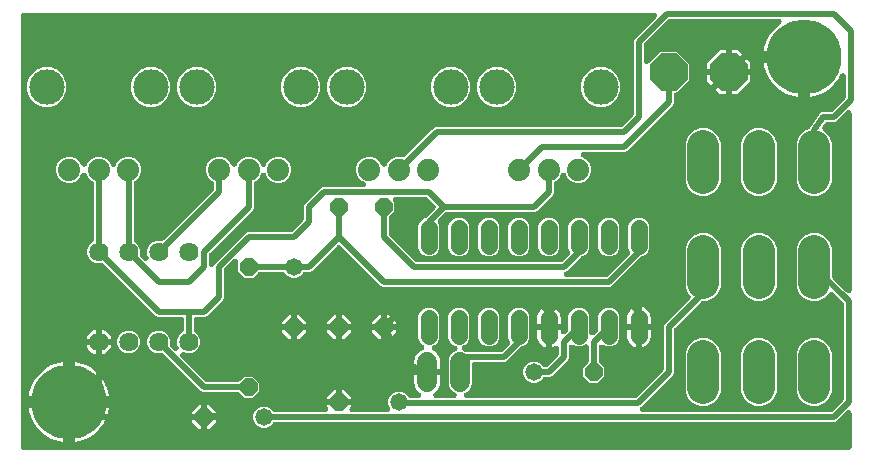
<source format=gbr>
G04 EAGLE Gerber RS-274X export*
G75*
%MOMM*%
%FSLAX34Y34*%
%LPD*%
%INTop Copper*%
%IPPOS*%
%AMOC8*
5,1,8,0,0,1.08239X$1,22.5*%
G01*
%ADD10C,1.473200*%
%ADD11P,1.594577X8X202.500000*%
%ADD12P,3.409096X8X112.500000*%
%ADD13C,1.625600*%
%ADD14C,1.473200*%
%ADD15C,1.676400*%
%ADD16P,1.594577X8X112.500000*%
%ADD17C,1.879600*%
%ADD18C,3.000000*%
%ADD19C,6.350000*%
%ADD20P,1.594577X8X292.500000*%
%ADD21P,1.594577X8X22.500000*%
%ADD22C,2.705100*%
%ADD23C,0.508000*%
%ADD24C,0.152400*%

G36*
X723735Y10164D02*
X723735Y10164D01*
X723769Y10162D01*
X723958Y10184D01*
X724149Y10201D01*
X724182Y10210D01*
X724216Y10214D01*
X724399Y10269D01*
X724583Y10319D01*
X724614Y10334D01*
X724647Y10344D01*
X724818Y10431D01*
X724990Y10513D01*
X725018Y10533D01*
X725049Y10548D01*
X725201Y10664D01*
X725356Y10775D01*
X725380Y10800D01*
X725407Y10820D01*
X725536Y10960D01*
X725670Y11097D01*
X725689Y11126D01*
X725713Y11152D01*
X725815Y11313D01*
X725922Y11470D01*
X725936Y11502D01*
X725954Y11531D01*
X726027Y11708D01*
X726104Y11882D01*
X726112Y11916D01*
X726125Y11948D01*
X726165Y12135D01*
X726211Y12320D01*
X726213Y12354D01*
X726220Y12388D01*
X726239Y12700D01*
X726239Y41261D01*
X726228Y41390D01*
X726226Y41520D01*
X726208Y41614D01*
X726199Y41709D01*
X726165Y41835D01*
X726140Y41962D01*
X726106Y42051D01*
X726081Y42143D01*
X726025Y42261D01*
X725978Y42382D01*
X725928Y42464D01*
X725887Y42550D01*
X725812Y42656D01*
X725744Y42767D01*
X725681Y42838D01*
X725625Y42916D01*
X725532Y43007D01*
X725446Y43104D01*
X725371Y43163D01*
X725303Y43230D01*
X725195Y43303D01*
X725093Y43384D01*
X725009Y43429D01*
X724930Y43482D01*
X724811Y43535D01*
X724696Y43596D01*
X724605Y43626D01*
X724518Y43665D01*
X724391Y43695D01*
X724268Y43736D01*
X724173Y43749D01*
X724080Y43771D01*
X723951Y43779D01*
X723822Y43797D01*
X723726Y43793D01*
X723631Y43799D01*
X723502Y43784D01*
X723372Y43779D01*
X723279Y43758D01*
X723184Y43747D01*
X723059Y43709D01*
X722932Y43681D01*
X722844Y43644D01*
X722753Y43617D01*
X722637Y43557D01*
X722517Y43507D01*
X722437Y43456D01*
X722351Y43412D01*
X722248Y43334D01*
X722139Y43263D01*
X722041Y43177D01*
X721993Y43140D01*
X721962Y43107D01*
X721904Y43056D01*
X713502Y34654D01*
X712009Y34035D01*
X238160Y34035D01*
X237997Y34021D01*
X237832Y34014D01*
X237773Y34001D01*
X237712Y33995D01*
X237553Y33952D01*
X237393Y33916D01*
X237336Y33893D01*
X237278Y33877D01*
X237129Y33806D01*
X236977Y33743D01*
X236926Y33710D01*
X236871Y33683D01*
X236737Y33588D01*
X236599Y33498D01*
X236541Y33447D01*
X236505Y33421D01*
X236462Y33378D01*
X236365Y33292D01*
X233636Y30563D01*
X230368Y29209D01*
X226832Y29209D01*
X223564Y30563D01*
X221063Y33064D01*
X219709Y36332D01*
X219709Y39868D01*
X221063Y43136D01*
X223564Y45637D01*
X226832Y46991D01*
X230368Y46991D01*
X233636Y45637D01*
X236365Y42908D01*
X236491Y42803D01*
X236612Y42691D01*
X236664Y42659D01*
X236710Y42620D01*
X236853Y42538D01*
X236992Y42450D01*
X237048Y42426D01*
X237101Y42396D01*
X237256Y42341D01*
X237408Y42279D01*
X237468Y42266D01*
X237526Y42245D01*
X237688Y42219D01*
X237849Y42184D01*
X237926Y42179D01*
X237970Y42172D01*
X238030Y42173D01*
X238160Y42165D01*
X280595Y42165D01*
X280724Y42176D01*
X280854Y42178D01*
X280948Y42196D01*
X281043Y42205D01*
X281169Y42239D01*
X281296Y42264D01*
X281386Y42298D01*
X281478Y42323D01*
X281595Y42379D01*
X281716Y42426D01*
X281798Y42476D01*
X281884Y42517D01*
X281990Y42592D01*
X282101Y42660D01*
X282173Y42723D01*
X282250Y42779D01*
X282341Y42872D01*
X282438Y42958D01*
X282498Y43033D01*
X282564Y43101D01*
X282637Y43209D01*
X282718Y43311D01*
X282763Y43395D01*
X282816Y43474D01*
X282869Y43593D01*
X282931Y43708D01*
X282960Y43799D01*
X282999Y43886D01*
X283030Y44013D01*
X283070Y44136D01*
X283083Y44231D01*
X283105Y44324D01*
X283113Y44453D01*
X283131Y44582D01*
X283127Y44678D01*
X283133Y44773D01*
X283118Y44902D01*
X283113Y45032D01*
X283092Y45125D01*
X283081Y45220D01*
X283043Y45345D01*
X283015Y45472D01*
X282978Y45560D01*
X282951Y45651D01*
X282892Y45767D01*
X282842Y45887D01*
X282790Y45967D01*
X282746Y46053D01*
X282668Y46156D01*
X282597Y46265D01*
X282511Y46363D01*
X282474Y46411D01*
X282441Y46442D01*
X282390Y46500D01*
X282193Y46697D01*
X282193Y48261D01*
X292100Y48261D01*
X302007Y48261D01*
X302007Y46697D01*
X301810Y46500D01*
X301726Y46400D01*
X301636Y46307D01*
X301582Y46227D01*
X301521Y46154D01*
X301456Y46041D01*
X301384Y45934D01*
X301345Y45846D01*
X301297Y45763D01*
X301254Y45641D01*
X301201Y45522D01*
X301179Y45429D01*
X301147Y45339D01*
X301125Y45211D01*
X301095Y45084D01*
X301089Y44989D01*
X301073Y44895D01*
X301075Y44765D01*
X301067Y44635D01*
X301078Y44540D01*
X301079Y44445D01*
X301104Y44317D01*
X301119Y44188D01*
X301147Y44096D01*
X301165Y44002D01*
X301212Y43881D01*
X301249Y43757D01*
X301293Y43671D01*
X301327Y43582D01*
X301395Y43471D01*
X301454Y43355D01*
X301511Y43279D01*
X301561Y43198D01*
X301647Y43100D01*
X301726Y42997D01*
X301796Y42932D01*
X301859Y42860D01*
X301961Y42780D01*
X302057Y42691D01*
X302137Y42640D01*
X302212Y42581D01*
X302327Y42519D01*
X302437Y42450D01*
X302525Y42413D01*
X302609Y42368D01*
X302733Y42328D01*
X302853Y42279D01*
X302947Y42259D01*
X303037Y42229D01*
X303166Y42211D01*
X303293Y42184D01*
X303423Y42176D01*
X303483Y42168D01*
X303528Y42169D01*
X303605Y42165D01*
X333053Y42165D01*
X333136Y42172D01*
X333218Y42170D01*
X333359Y42192D01*
X333502Y42205D01*
X333582Y42226D01*
X333663Y42239D01*
X333798Y42285D01*
X333936Y42323D01*
X334011Y42359D01*
X334089Y42385D01*
X334214Y42455D01*
X334343Y42517D01*
X334410Y42564D01*
X334482Y42605D01*
X334593Y42695D01*
X334709Y42779D01*
X334766Y42838D01*
X334830Y42890D01*
X334923Y42999D01*
X335023Y43101D01*
X335069Y43170D01*
X335123Y43232D01*
X335195Y43356D01*
X335275Y43474D01*
X335308Y43550D01*
X335350Y43621D01*
X335399Y43755D01*
X335457Y43886D01*
X335477Y43966D01*
X335505Y44044D01*
X335530Y44185D01*
X335564Y44324D01*
X335569Y44406D01*
X335583Y44487D01*
X335583Y44630D01*
X335592Y44773D01*
X335582Y44855D01*
X335582Y44937D01*
X335556Y45078D01*
X335540Y45220D01*
X335516Y45299D01*
X335501Y45380D01*
X335421Y45613D01*
X335409Y45651D01*
X335404Y45661D01*
X335399Y45676D01*
X334009Y49032D01*
X334009Y52568D01*
X335363Y55836D01*
X337864Y58337D01*
X341132Y59691D01*
X344668Y59691D01*
X347936Y58337D01*
X350437Y55836D01*
X350506Y55670D01*
X350604Y55483D01*
X350700Y55293D01*
X350708Y55283D01*
X350714Y55271D01*
X350844Y55104D01*
X350972Y54935D01*
X350982Y54926D01*
X350990Y54915D01*
X351147Y54773D01*
X351303Y54629D01*
X351315Y54622D01*
X351324Y54614D01*
X351504Y54502D01*
X351683Y54388D01*
X351695Y54383D01*
X351707Y54376D01*
X351904Y54297D01*
X352100Y54217D01*
X352113Y54214D01*
X352125Y54209D01*
X352333Y54166D01*
X352540Y54122D01*
X352556Y54121D01*
X352566Y54119D01*
X352606Y54118D01*
X352852Y54103D01*
X359510Y54103D01*
X359613Y54112D01*
X359717Y54111D01*
X359837Y54132D01*
X359958Y54143D01*
X360059Y54170D01*
X360161Y54188D01*
X360275Y54229D01*
X360392Y54261D01*
X360486Y54306D01*
X360584Y54341D01*
X360690Y54402D01*
X360799Y54455D01*
X360884Y54515D01*
X360974Y54567D01*
X361066Y54646D01*
X361165Y54717D01*
X361238Y54791D01*
X361317Y54859D01*
X361394Y54952D01*
X361479Y55039D01*
X361537Y55126D01*
X361604Y55206D01*
X361663Y55312D01*
X361731Y55412D01*
X361773Y55508D01*
X361824Y55598D01*
X361864Y55713D01*
X361914Y55824D01*
X361938Y55925D01*
X361972Y56024D01*
X361991Y56144D01*
X362020Y56262D01*
X362027Y56365D01*
X362043Y56468D01*
X362040Y56590D01*
X362048Y56711D01*
X362036Y56814D01*
X362034Y56919D01*
X362010Y57038D01*
X361996Y57158D01*
X361966Y57258D01*
X361945Y57360D01*
X361901Y57473D01*
X361866Y57589D01*
X361818Y57682D01*
X361780Y57779D01*
X361716Y57882D01*
X361661Y57991D01*
X361598Y58074D01*
X361544Y58162D01*
X361463Y58252D01*
X361389Y58349D01*
X361313Y58420D01*
X361243Y58497D01*
X361103Y58613D01*
X361058Y58654D01*
X361035Y58669D01*
X361002Y58696D01*
X359914Y59487D01*
X358699Y60702D01*
X357688Y62093D01*
X356908Y63625D01*
X356376Y65260D01*
X356107Y66958D01*
X356107Y73661D01*
X367030Y73661D01*
X377953Y73661D01*
X377953Y66958D01*
X377684Y65260D01*
X377152Y63625D01*
X376372Y62093D01*
X375361Y60702D01*
X374146Y59487D01*
X373058Y58696D01*
X372979Y58628D01*
X372895Y58567D01*
X372810Y58480D01*
X372719Y58400D01*
X372653Y58319D01*
X372581Y58245D01*
X372513Y58144D01*
X372437Y58049D01*
X372387Y57958D01*
X372329Y57872D01*
X372280Y57761D01*
X372221Y57654D01*
X372189Y57555D01*
X372146Y57460D01*
X372118Y57342D01*
X372079Y57226D01*
X372064Y57123D01*
X372040Y57022D01*
X372032Y56901D01*
X372015Y56781D01*
X372019Y56677D01*
X372012Y56573D01*
X372026Y56452D01*
X372030Y56331D01*
X372052Y56229D01*
X372064Y56126D01*
X372099Y56009D01*
X372125Y55891D01*
X372164Y55794D01*
X372194Y55695D01*
X372250Y55586D01*
X372296Y55474D01*
X372352Y55386D01*
X372399Y55293D01*
X372472Y55197D01*
X372537Y55094D01*
X372608Y55018D01*
X372671Y54935D01*
X372760Y54852D01*
X372843Y54763D01*
X372925Y54700D01*
X373002Y54629D01*
X373105Y54564D01*
X373201Y54491D01*
X373294Y54444D01*
X373382Y54388D01*
X373494Y54341D01*
X373602Y54286D01*
X373702Y54256D01*
X373798Y54217D01*
X373917Y54191D01*
X374033Y54156D01*
X374137Y54144D01*
X374239Y54122D01*
X374420Y54111D01*
X374481Y54104D01*
X374508Y54105D01*
X374550Y54103D01*
X389428Y54103D01*
X389605Y54118D01*
X389783Y54128D01*
X389829Y54138D01*
X389877Y54143D01*
X390048Y54189D01*
X390221Y54230D01*
X390265Y54249D01*
X390311Y54261D01*
X390471Y54337D01*
X390635Y54408D01*
X390675Y54434D01*
X390718Y54455D01*
X390862Y54558D01*
X391011Y54656D01*
X391045Y54689D01*
X391084Y54717D01*
X391208Y54844D01*
X391336Y54967D01*
X391365Y55005D01*
X391398Y55039D01*
X391498Y55187D01*
X391602Y55330D01*
X391623Y55373D01*
X391650Y55412D01*
X391722Y55575D01*
X391800Y55734D01*
X391813Y55780D01*
X391832Y55824D01*
X391875Y55997D01*
X391923Y56168D01*
X391928Y56215D01*
X391939Y56262D01*
X391950Y56439D01*
X391968Y56616D01*
X391964Y56663D01*
X391967Y56711D01*
X391946Y56888D01*
X391932Y57065D01*
X391920Y57111D01*
X391915Y57158D01*
X391863Y57329D01*
X391818Y57500D01*
X391798Y57543D01*
X391784Y57589D01*
X391704Y57748D01*
X391629Y57909D01*
X391602Y57948D01*
X391580Y57991D01*
X391473Y58132D01*
X391371Y58278D01*
X391337Y58311D01*
X391308Y58349D01*
X391177Y58470D01*
X391051Y58595D01*
X391012Y58622D01*
X390977Y58654D01*
X390827Y58750D01*
X390681Y58851D01*
X390628Y58877D01*
X390597Y58896D01*
X390539Y58920D01*
X390400Y58988D01*
X389358Y59419D01*
X386571Y62206D01*
X385063Y65847D01*
X385063Y86553D01*
X386571Y90194D01*
X389358Y92981D01*
X391093Y93699D01*
X391208Y93759D01*
X391327Y93810D01*
X391407Y93863D01*
X391492Y93907D01*
X391594Y93987D01*
X391703Y94059D01*
X391772Y94125D01*
X391848Y94183D01*
X391935Y94280D01*
X392029Y94369D01*
X392085Y94446D01*
X392149Y94517D01*
X392218Y94628D01*
X392295Y94733D01*
X392337Y94819D01*
X392387Y94900D01*
X392435Y95020D01*
X392492Y95137D01*
X392518Y95229D01*
X392554Y95318D01*
X392580Y95446D01*
X392615Y95570D01*
X392625Y95665D01*
X392644Y95759D01*
X392647Y95889D01*
X392660Y96018D01*
X392652Y96114D01*
X392655Y96209D01*
X392635Y96338D01*
X392625Y96467D01*
X392601Y96560D01*
X392586Y96654D01*
X392543Y96777D01*
X392511Y96903D01*
X392471Y96990D01*
X392439Y97080D01*
X392376Y97194D01*
X392322Y97312D01*
X392267Y97390D01*
X392220Y97473D01*
X392138Y97574D01*
X392063Y97680D01*
X391995Y97748D01*
X391935Y97822D01*
X391836Y97906D01*
X391744Y97998D01*
X391665Y98052D01*
X391593Y98114D01*
X391481Y98180D01*
X391373Y98254D01*
X391256Y98311D01*
X391204Y98341D01*
X391162Y98357D01*
X391093Y98391D01*
X388664Y99397D01*
X386163Y101898D01*
X384809Y105166D01*
X384809Y123434D01*
X386163Y126702D01*
X388664Y129203D01*
X391932Y130557D01*
X395468Y130557D01*
X398736Y129203D01*
X401237Y126702D01*
X402591Y123434D01*
X402591Y105166D01*
X401237Y101898D01*
X398736Y99397D01*
X397577Y98917D01*
X397462Y98857D01*
X397343Y98805D01*
X397263Y98753D01*
X397178Y98708D01*
X397076Y98629D01*
X396967Y98557D01*
X396898Y98491D01*
X396822Y98433D01*
X396735Y98336D01*
X396641Y98246D01*
X396585Y98169D01*
X396521Y98098D01*
X396452Y97988D01*
X396375Y97883D01*
X396333Y97797D01*
X396283Y97716D01*
X396235Y97595D01*
X396178Y97478D01*
X396152Y97387D01*
X396116Y97298D01*
X396090Y97170D01*
X396055Y97045D01*
X396045Y96950D01*
X396026Y96857D01*
X396023Y96727D01*
X396010Y96597D01*
X396018Y96502D01*
X396015Y96406D01*
X396035Y96278D01*
X396045Y96148D01*
X396070Y96056D01*
X396084Y95961D01*
X396126Y95839D01*
X396159Y95713D01*
X396199Y95626D01*
X396231Y95536D01*
X396294Y95422D01*
X396348Y95304D01*
X396403Y95226D01*
X396450Y95142D01*
X396532Y95042D01*
X396607Y94935D01*
X396675Y94868D01*
X396735Y94794D01*
X396834Y94710D01*
X396926Y94618D01*
X397005Y94564D01*
X397077Y94502D01*
X397190Y94436D01*
X397297Y94362D01*
X397414Y94305D01*
X397466Y94274D01*
X397508Y94259D01*
X397577Y94225D01*
X400153Y93158D01*
X400265Y93123D01*
X400373Y93079D01*
X400479Y93056D01*
X400583Y93023D01*
X400699Y93009D01*
X400813Y92984D01*
X400967Y92974D01*
X401030Y92967D01*
X401066Y92968D01*
X401125Y92965D01*
X429065Y92965D01*
X429228Y92979D01*
X429393Y92986D01*
X429452Y92999D01*
X429513Y93005D01*
X429672Y93048D01*
X429832Y93084D01*
X429889Y93107D01*
X429947Y93123D01*
X430096Y93194D01*
X430248Y93257D01*
X430299Y93290D01*
X430354Y93317D01*
X430488Y93412D01*
X430626Y93502D01*
X430684Y93553D01*
X430720Y93579D01*
X430763Y93622D01*
X430860Y93708D01*
X436374Y99223D01*
X436511Y99386D01*
X436648Y99546D01*
X436655Y99558D01*
X436663Y99568D01*
X436769Y99753D01*
X436875Y99935D01*
X436880Y99947D01*
X436886Y99959D01*
X436957Y100158D01*
X437031Y100358D01*
X437033Y100371D01*
X437037Y100383D01*
X437072Y100593D01*
X437109Y100801D01*
X437109Y100814D01*
X437111Y100827D01*
X437108Y101040D01*
X437107Y101251D01*
X437105Y101264D01*
X437105Y101278D01*
X437064Y101487D01*
X437026Y101694D01*
X437021Y101709D01*
X437019Y101720D01*
X437005Y101757D01*
X436925Y101990D01*
X435609Y105166D01*
X435609Y123434D01*
X436963Y126702D01*
X439464Y129203D01*
X442732Y130557D01*
X446268Y130557D01*
X449536Y129203D01*
X452037Y126702D01*
X453391Y123434D01*
X453391Y105166D01*
X452037Y101898D01*
X449536Y99397D01*
X447458Y98536D01*
X447354Y98482D01*
X447246Y98437D01*
X447155Y98378D01*
X447058Y98327D01*
X446966Y98256D01*
X446868Y98192D01*
X446752Y98090D01*
X446702Y98052D01*
X446678Y98025D01*
X446634Y97985D01*
X434102Y85454D01*
X432609Y84835D01*
X407416Y84835D01*
X407381Y84832D01*
X407347Y84834D01*
X407158Y84812D01*
X406967Y84795D01*
X406934Y84786D01*
X406900Y84782D01*
X406717Y84727D01*
X406533Y84677D01*
X406502Y84662D01*
X406469Y84652D01*
X406298Y84565D01*
X406126Y84483D01*
X406098Y84463D01*
X406067Y84448D01*
X405915Y84332D01*
X405760Y84221D01*
X405736Y84196D01*
X405709Y84176D01*
X405580Y84036D01*
X405446Y83899D01*
X405427Y83870D01*
X405403Y83844D01*
X405301Y83683D01*
X405194Y83526D01*
X405180Y83494D01*
X405162Y83465D01*
X405089Y83288D01*
X405012Y83114D01*
X405004Y83080D01*
X404991Y83048D01*
X404951Y82861D01*
X404905Y82676D01*
X404903Y82642D01*
X404896Y82608D01*
X404877Y82296D01*
X404877Y65847D01*
X403369Y62206D01*
X400582Y59419D01*
X399540Y58988D01*
X399382Y58906D01*
X399222Y58829D01*
X399183Y58802D01*
X399141Y58779D01*
X399000Y58671D01*
X398856Y58567D01*
X398823Y58533D01*
X398785Y58504D01*
X398666Y58372D01*
X398542Y58245D01*
X398515Y58205D01*
X398483Y58169D01*
X398389Y58019D01*
X398290Y57872D01*
X398271Y57828D01*
X398245Y57787D01*
X398180Y57622D01*
X398108Y57460D01*
X398096Y57413D01*
X398079Y57369D01*
X398043Y57195D01*
X398001Y57022D01*
X397998Y56975D01*
X397988Y56928D01*
X397984Y56750D01*
X397973Y56573D01*
X397979Y56525D01*
X397978Y56478D01*
X398005Y56302D01*
X398025Y56126D01*
X398039Y56080D01*
X398047Y56033D01*
X398104Y55865D01*
X398156Y55695D01*
X398177Y55652D01*
X398193Y55607D01*
X398279Y55452D01*
X398360Y55293D01*
X398389Y55255D01*
X398412Y55214D01*
X398525Y55076D01*
X398632Y54935D01*
X398667Y54902D01*
X398697Y54865D01*
X398832Y54750D01*
X398963Y54629D01*
X399004Y54604D01*
X399040Y54573D01*
X399193Y54483D01*
X399343Y54388D01*
X399387Y54369D01*
X399428Y54345D01*
X399595Y54284D01*
X399759Y54217D01*
X399806Y54207D01*
X399851Y54190D01*
X400026Y54159D01*
X400200Y54122D01*
X400259Y54118D01*
X400295Y54112D01*
X400358Y54112D01*
X400512Y54103D01*
X542603Y54103D01*
X542766Y54117D01*
X542931Y54124D01*
X542990Y54137D01*
X543051Y54143D01*
X543210Y54186D01*
X543370Y54222D01*
X543427Y54245D01*
X543485Y54261D01*
X543634Y54332D01*
X543786Y54395D01*
X543837Y54428D01*
X543892Y54455D01*
X544025Y54550D01*
X544164Y54640D01*
X544222Y54691D01*
X544258Y54717D01*
X544301Y54760D01*
X544398Y54846D01*
X566692Y77140D01*
X566797Y77266D01*
X566909Y77387D01*
X566941Y77438D01*
X566980Y77485D01*
X567062Y77628D01*
X567150Y77767D01*
X567174Y77823D01*
X567204Y77876D01*
X567259Y78031D01*
X567321Y78183D01*
X567334Y78243D01*
X567355Y78301D01*
X567381Y78463D01*
X567416Y78624D01*
X567421Y78700D01*
X567428Y78745D01*
X567427Y78806D01*
X567435Y78935D01*
X567435Y115109D01*
X568054Y116602D01*
X589430Y137979D01*
X589453Y138005D01*
X589479Y138028D01*
X589597Y138178D01*
X589719Y138324D01*
X589737Y138354D01*
X589758Y138381D01*
X589848Y138550D01*
X589943Y138715D01*
X589954Y138748D01*
X589971Y138778D01*
X590030Y138960D01*
X590094Y139139D01*
X590099Y139174D01*
X590110Y139207D01*
X590136Y139396D01*
X590167Y139584D01*
X590167Y139618D01*
X590171Y139653D01*
X590163Y139843D01*
X590161Y140034D01*
X590154Y140068D01*
X590153Y140102D01*
X590112Y140289D01*
X590075Y140476D01*
X590063Y140508D01*
X590055Y140542D01*
X589982Y140718D01*
X589913Y140896D01*
X589895Y140926D01*
X589882Y140957D01*
X589778Y141118D01*
X589679Y141281D01*
X589656Y141307D01*
X589637Y141336D01*
X589430Y141570D01*
X587951Y143049D01*
X585660Y148581D01*
X585660Y181619D01*
X587951Y187151D01*
X592185Y191384D01*
X597716Y193676D01*
X603704Y193676D01*
X609235Y191384D01*
X613469Y187151D01*
X615760Y181619D01*
X615760Y148581D01*
X613469Y143049D01*
X609235Y138816D01*
X603704Y136524D01*
X600524Y136524D01*
X600361Y136510D01*
X600196Y136503D01*
X600137Y136490D01*
X600076Y136484D01*
X599917Y136441D01*
X599757Y136405D01*
X599700Y136382D01*
X599642Y136366D01*
X599493Y136295D01*
X599341Y136232D01*
X599290Y136199D01*
X599235Y136172D01*
X599101Y136077D01*
X598963Y135987D01*
X598905Y135936D01*
X598869Y135910D01*
X598826Y135867D01*
X598729Y135781D01*
X576308Y113360D01*
X576203Y113234D01*
X576091Y113113D01*
X576059Y113062D01*
X576020Y113015D01*
X575938Y112872D01*
X575850Y112733D01*
X575826Y112677D01*
X575796Y112624D01*
X575741Y112469D01*
X575679Y112317D01*
X575666Y112257D01*
X575645Y112199D01*
X575619Y112037D01*
X575584Y111876D01*
X575579Y111800D01*
X575572Y111755D01*
X575573Y111694D01*
X575565Y111565D01*
X575565Y75391D01*
X574946Y73898D01*
X573445Y72397D01*
X547548Y46500D01*
X547464Y46400D01*
X547374Y46307D01*
X547320Y46227D01*
X547259Y46154D01*
X547194Y46041D01*
X547122Y45934D01*
X547083Y45846D01*
X547036Y45763D01*
X546992Y45641D01*
X546939Y45522D01*
X546917Y45429D01*
X546885Y45339D01*
X546864Y45210D01*
X546833Y45084D01*
X546827Y44989D01*
X546811Y44895D01*
X546813Y44764D01*
X546805Y44635D01*
X546816Y44540D01*
X546817Y44444D01*
X546842Y44317D01*
X546857Y44188D01*
X546885Y44096D01*
X546903Y44002D01*
X546950Y43881D01*
X546987Y43757D01*
X547031Y43672D01*
X547065Y43582D01*
X547133Y43471D01*
X547192Y43355D01*
X547249Y43279D01*
X547299Y43198D01*
X547385Y43100D01*
X547464Y42997D01*
X547534Y42932D01*
X547597Y42860D01*
X547699Y42780D01*
X547795Y42691D01*
X547876Y42640D01*
X547950Y42581D01*
X548065Y42520D01*
X548175Y42450D01*
X548263Y42413D01*
X548347Y42368D01*
X548471Y42328D01*
X548591Y42279D01*
X548685Y42259D01*
X548776Y42229D01*
X548904Y42211D01*
X549031Y42184D01*
X549161Y42176D01*
X549222Y42168D01*
X549266Y42169D01*
X549343Y42165D01*
X708465Y42165D01*
X708628Y42179D01*
X708793Y42186D01*
X708852Y42199D01*
X708913Y42205D01*
X709072Y42248D01*
X709232Y42284D01*
X709289Y42307D01*
X709347Y42323D01*
X709496Y42394D01*
X709648Y42457D01*
X709699Y42490D01*
X709754Y42517D01*
X709888Y42612D01*
X710026Y42702D01*
X710084Y42753D01*
X710120Y42779D01*
X710163Y42822D01*
X710260Y42908D01*
X718892Y51540D01*
X718976Y51641D01*
X719058Y51725D01*
X719076Y51752D01*
X719109Y51787D01*
X719141Y51838D01*
X719180Y51885D01*
X719258Y52021D01*
X719310Y52098D01*
X719318Y52116D01*
X719350Y52167D01*
X719374Y52223D01*
X719404Y52276D01*
X719459Y52431D01*
X719476Y52473D01*
X719493Y52510D01*
X719494Y52517D01*
X719521Y52583D01*
X719534Y52643D01*
X719555Y52701D01*
X719581Y52863D01*
X719616Y53024D01*
X719621Y53100D01*
X719628Y53145D01*
X719627Y53206D01*
X719635Y53335D01*
X719635Y133355D01*
X719621Y133518D01*
X719614Y133683D01*
X719601Y133742D01*
X719595Y133803D01*
X719552Y133962D01*
X719516Y134122D01*
X719493Y134179D01*
X719477Y134237D01*
X719406Y134386D01*
X719343Y134538D01*
X719310Y134589D01*
X719283Y134644D01*
X719188Y134778D01*
X719098Y134916D01*
X719047Y134974D01*
X719021Y135010D01*
X718978Y135053D01*
X718892Y135150D01*
X711016Y143025D01*
X710990Y143048D01*
X710967Y143074D01*
X710817Y143192D01*
X710671Y143314D01*
X710641Y143332D01*
X710614Y143353D01*
X710446Y143443D01*
X710280Y143538D01*
X710247Y143549D01*
X710217Y143566D01*
X710035Y143625D01*
X709856Y143689D01*
X709821Y143694D01*
X709788Y143705D01*
X709600Y143731D01*
X709411Y143762D01*
X709377Y143762D01*
X709342Y143766D01*
X709152Y143758D01*
X708961Y143756D01*
X708927Y143749D01*
X708893Y143748D01*
X708707Y143707D01*
X708519Y143670D01*
X708487Y143658D01*
X708453Y143650D01*
X708277Y143577D01*
X708099Y143508D01*
X708069Y143490D01*
X708038Y143477D01*
X707878Y143373D01*
X707714Y143274D01*
X707688Y143251D01*
X707659Y143232D01*
X707425Y143025D01*
X703215Y138816D01*
X697684Y136524D01*
X691696Y136524D01*
X686165Y138816D01*
X681931Y143049D01*
X679640Y148581D01*
X679640Y181619D01*
X681931Y187151D01*
X686165Y191384D01*
X691696Y193676D01*
X697684Y193676D01*
X703215Y191384D01*
X707449Y187151D01*
X709740Y181619D01*
X709740Y156850D01*
X709755Y156686D01*
X709762Y156522D01*
X709775Y156462D01*
X709780Y156401D01*
X709823Y156243D01*
X709859Y156082D01*
X709883Y156026D01*
X709899Y155967D01*
X709969Y155819D01*
X710033Y155667D01*
X710066Y155615D01*
X710092Y155560D01*
X710188Y155427D01*
X710277Y155289D01*
X710328Y155231D01*
X710354Y155194D01*
X710398Y155152D01*
X710484Y155054D01*
X721904Y143634D01*
X722004Y143550D01*
X722097Y143460D01*
X722177Y143406D01*
X722250Y143345D01*
X722363Y143280D01*
X722470Y143208D01*
X722558Y143169D01*
X722641Y143122D01*
X722763Y143078D01*
X722882Y143025D01*
X722975Y143003D01*
X723065Y142971D01*
X723194Y142950D01*
X723320Y142919D01*
X723415Y142913D01*
X723509Y142897D01*
X723640Y142899D01*
X723769Y142891D01*
X723864Y142902D01*
X723960Y142903D01*
X724087Y142928D01*
X724216Y142943D01*
X724308Y142971D01*
X724402Y142989D01*
X724523Y143036D01*
X724647Y143073D01*
X724732Y143117D01*
X724822Y143151D01*
X724933Y143219D01*
X725049Y143278D01*
X725125Y143335D01*
X725206Y143385D01*
X725304Y143471D01*
X725407Y143550D01*
X725472Y143620D01*
X725544Y143683D01*
X725624Y143785D01*
X725713Y143881D01*
X725764Y143962D01*
X725823Y144036D01*
X725884Y144151D01*
X725954Y144261D01*
X725991Y144349D01*
X726036Y144433D01*
X726076Y144557D01*
X726125Y144677D01*
X726145Y144771D01*
X726175Y144862D01*
X726193Y144990D01*
X726220Y145117D01*
X726228Y145247D01*
X726236Y145308D01*
X726235Y145352D01*
X726239Y145429D01*
X726239Y295261D01*
X726228Y295390D01*
X726226Y295520D01*
X726208Y295614D01*
X726199Y295709D01*
X726165Y295835D01*
X726140Y295962D01*
X726106Y296051D01*
X726081Y296143D01*
X726025Y296261D01*
X725978Y296382D01*
X725928Y296464D01*
X725887Y296550D01*
X725812Y296656D01*
X725744Y296767D01*
X725681Y296838D01*
X725625Y296916D01*
X725532Y297007D01*
X725446Y297104D01*
X725371Y297163D01*
X725303Y297230D01*
X725195Y297303D01*
X725093Y297384D01*
X725009Y297429D01*
X724930Y297482D01*
X724811Y297535D01*
X724696Y297596D01*
X724605Y297626D01*
X724518Y297665D01*
X724391Y297695D01*
X724268Y297736D01*
X724173Y297749D01*
X724080Y297771D01*
X723951Y297779D01*
X723822Y297797D01*
X723726Y297793D01*
X723631Y297799D01*
X723502Y297784D01*
X723372Y297779D01*
X723279Y297758D01*
X723184Y297747D01*
X723059Y297709D01*
X722932Y297681D01*
X722844Y297644D01*
X722753Y297617D01*
X722637Y297557D01*
X722517Y297507D01*
X722437Y297456D01*
X722351Y297412D01*
X722248Y297334D01*
X722139Y297263D01*
X722041Y297177D01*
X721993Y297140D01*
X721962Y297107D01*
X721904Y297056D01*
X713502Y288654D01*
X712009Y288035D01*
X705800Y288035D01*
X705624Y288020D01*
X705448Y288011D01*
X705401Y288000D01*
X705352Y287995D01*
X705181Y287949D01*
X705010Y287909D01*
X704965Y287890D01*
X704917Y287877D01*
X704758Y287801D01*
X704596Y287732D01*
X704555Y287704D01*
X704511Y287683D01*
X704367Y287581D01*
X704220Y287484D01*
X704185Y287450D01*
X704145Y287421D01*
X704021Y287295D01*
X703894Y287173D01*
X703857Y287125D01*
X703831Y287099D01*
X703795Y287046D01*
X703702Y286926D01*
X701823Y284171D01*
X701789Y284109D01*
X701747Y284053D01*
X701679Y283913D01*
X701604Y283778D01*
X701581Y283711D01*
X701550Y283648D01*
X701507Y283499D01*
X701457Y283352D01*
X701446Y283283D01*
X701427Y283215D01*
X701411Y283060D01*
X701388Y282907D01*
X701389Y282837D01*
X701382Y282767D01*
X701394Y282612D01*
X701398Y282457D01*
X701412Y282388D01*
X701418Y282318D01*
X701457Y282168D01*
X701488Y282016D01*
X701514Y281950D01*
X701532Y281882D01*
X701597Y281741D01*
X701654Y281597D01*
X701691Y281538D01*
X701721Y281474D01*
X701810Y281346D01*
X701891Y281215D01*
X701939Y281163D01*
X701979Y281105D01*
X702089Y280995D01*
X702193Y280880D01*
X702248Y280837D01*
X702298Y280787D01*
X702426Y280699D01*
X702549Y280604D01*
X702611Y280572D01*
X702669Y280532D01*
X702943Y280398D01*
X702947Y280395D01*
X702948Y280395D01*
X702950Y280394D01*
X703215Y280284D01*
X707449Y276051D01*
X709740Y270519D01*
X709740Y237481D01*
X707449Y231949D01*
X703215Y227716D01*
X697684Y225424D01*
X691696Y225424D01*
X686165Y227716D01*
X681931Y231949D01*
X679640Y237481D01*
X679640Y270519D01*
X681931Y276051D01*
X686165Y280284D01*
X689853Y281812D01*
X689999Y281889D01*
X690148Y281958D01*
X690198Y281993D01*
X690252Y282021D01*
X690382Y282122D01*
X690517Y282216D01*
X690560Y282259D01*
X690608Y282297D01*
X690719Y282419D01*
X690835Y282535D01*
X690869Y282585D01*
X690910Y282631D01*
X690997Y282770D01*
X691090Y282906D01*
X691124Y282975D01*
X691148Y283013D01*
X691170Y283070D01*
X691228Y283187D01*
X691244Y283226D01*
X691378Y283360D01*
X691430Y283423D01*
X691489Y283479D01*
X691643Y283677D01*
X691667Y283706D01*
X691672Y283714D01*
X691680Y283725D01*
X698568Y293827D01*
X698619Y293918D01*
X698678Y294005D01*
X698757Y294166D01*
X698787Y294220D01*
X698796Y294246D01*
X698816Y294285D01*
X698864Y294402D01*
X698998Y294536D01*
X699050Y294599D01*
X699109Y294655D01*
X699263Y294853D01*
X699287Y294882D01*
X699292Y294890D01*
X699300Y294901D01*
X699407Y295058D01*
X699513Y295127D01*
X699596Y295192D01*
X699684Y295249D01*
X699819Y295369D01*
X699867Y295406D01*
X699885Y295427D01*
X699918Y295456D01*
X700008Y295546D01*
X700182Y295618D01*
X700254Y295656D01*
X700330Y295685D01*
X700549Y295810D01*
X700581Y295827D01*
X700589Y295833D01*
X700602Y295840D01*
X700760Y295944D01*
X700885Y295967D01*
X700986Y295996D01*
X701089Y296015D01*
X701259Y296073D01*
X701318Y296090D01*
X701343Y296102D01*
X701384Y296116D01*
X701501Y296165D01*
X701691Y296165D01*
X701771Y296172D01*
X701853Y296170D01*
X702102Y296201D01*
X702139Y296205D01*
X702149Y296207D01*
X702163Y296209D01*
X702349Y296244D01*
X702473Y296218D01*
X702577Y296206D01*
X702680Y296184D01*
X702859Y296173D01*
X702920Y296166D01*
X702948Y296167D01*
X702992Y296165D01*
X708465Y296165D01*
X708628Y296179D01*
X708793Y296186D01*
X708852Y296199D01*
X708913Y296205D01*
X709072Y296248D01*
X709232Y296284D01*
X709289Y296307D01*
X709347Y296323D01*
X709496Y296394D01*
X709648Y296457D01*
X709699Y296490D01*
X709754Y296517D01*
X709888Y296612D01*
X710026Y296702D01*
X710084Y296753D01*
X710120Y296779D01*
X710163Y296822D01*
X710260Y296908D01*
X720670Y307318D01*
X720775Y307444D01*
X720887Y307565D01*
X720919Y307616D01*
X720958Y307663D01*
X721040Y307806D01*
X721128Y307945D01*
X721152Y308001D01*
X721182Y308054D01*
X721237Y308209D01*
X721299Y308361D01*
X721312Y308421D01*
X721333Y308479D01*
X721359Y308641D01*
X721394Y308802D01*
X721399Y308878D01*
X721406Y308923D01*
X721405Y308984D01*
X721413Y309113D01*
X721413Y326648D01*
X721409Y326701D01*
X721411Y326754D01*
X721389Y326924D01*
X721373Y327096D01*
X721359Y327148D01*
X721352Y327200D01*
X721300Y327364D01*
X721255Y327531D01*
X721232Y327579D01*
X721216Y327629D01*
X721135Y327782D01*
X721061Y327937D01*
X721031Y327980D01*
X721006Y328027D01*
X720900Y328163D01*
X720799Y328303D01*
X720761Y328340D01*
X720728Y328382D01*
X720600Y328497D01*
X720477Y328617D01*
X720433Y328647D01*
X720393Y328683D01*
X720246Y328773D01*
X720104Y328869D01*
X720055Y328891D01*
X720010Y328919D01*
X719849Y328982D01*
X719692Y329052D01*
X719640Y329064D01*
X719591Y329084D01*
X719422Y329117D01*
X719254Y329158D01*
X719201Y329162D01*
X719149Y329172D01*
X718977Y329175D01*
X718805Y329186D01*
X718752Y329180D01*
X718699Y329181D01*
X718529Y329154D01*
X718358Y329134D01*
X718307Y329118D01*
X718254Y329110D01*
X718092Y329053D01*
X717927Y329004D01*
X717879Y328979D01*
X717829Y328962D01*
X717679Y328877D01*
X717525Y328799D01*
X717483Y328767D01*
X717437Y328741D01*
X717304Y328631D01*
X717167Y328527D01*
X717131Y328488D01*
X717090Y328454D01*
X716978Y328323D01*
X716862Y328196D01*
X716833Y328151D01*
X716799Y328111D01*
X716635Y327845D01*
X715248Y325250D01*
X713376Y322448D01*
X711238Y319844D01*
X708856Y317462D01*
X706252Y315324D01*
X703450Y313452D01*
X700479Y311864D01*
X697366Y310575D01*
X694142Y309597D01*
X690879Y308948D01*
X690879Y340360D01*
X690876Y340394D01*
X690878Y340429D01*
X690856Y340618D01*
X690839Y340808D01*
X690830Y340842D01*
X690826Y340876D01*
X690771Y341059D01*
X690721Y341243D01*
X690706Y341274D01*
X690696Y341307D01*
X690609Y341478D01*
X690527Y341649D01*
X690507Y341677D01*
X690492Y341708D01*
X690376Y341860D01*
X690265Y342015D01*
X690240Y342040D01*
X690220Y342067D01*
X690079Y342196D01*
X689943Y342329D01*
X689914Y342349D01*
X689888Y342372D01*
X689727Y342475D01*
X689569Y342582D01*
X689538Y342596D01*
X689509Y342614D01*
X689332Y342687D01*
X689158Y342764D01*
X689124Y342772D01*
X689092Y342785D01*
X688905Y342825D01*
X688720Y342870D01*
X688686Y342873D01*
X688652Y342880D01*
X688340Y342899D01*
X685799Y342899D01*
X685799Y345440D01*
X685796Y345474D01*
X685798Y345509D01*
X685776Y345698D01*
X685759Y345888D01*
X685750Y345922D01*
X685746Y345956D01*
X685691Y346139D01*
X685641Y346323D01*
X685626Y346354D01*
X685616Y346387D01*
X685529Y346558D01*
X685447Y346729D01*
X685427Y346758D01*
X685411Y346788D01*
X685296Y346940D01*
X685185Y347096D01*
X685160Y347120D01*
X685139Y347147D01*
X684999Y347276D01*
X684862Y347410D01*
X684834Y347429D01*
X684808Y347452D01*
X684647Y347555D01*
X684489Y347662D01*
X684458Y347676D01*
X684429Y347694D01*
X684252Y347767D01*
X684078Y347844D01*
X684044Y347852D01*
X684012Y347865D01*
X683825Y347905D01*
X683640Y347951D01*
X683606Y347953D01*
X683572Y347960D01*
X683260Y347979D01*
X651848Y347979D01*
X652497Y351242D01*
X653475Y354466D01*
X654764Y357579D01*
X656352Y360550D01*
X658224Y363352D01*
X660362Y365956D01*
X662744Y368338D01*
X665348Y370476D01*
X665778Y370763D01*
X665898Y370859D01*
X666023Y370949D01*
X666073Y371000D01*
X666129Y371045D01*
X666229Y371161D01*
X666337Y371271D01*
X666377Y371331D01*
X666424Y371385D01*
X666503Y371517D01*
X666589Y371644D01*
X666618Y371710D01*
X666655Y371772D01*
X666709Y371915D01*
X666771Y372056D01*
X666788Y372126D01*
X666813Y372193D01*
X666841Y372344D01*
X666878Y372494D01*
X666882Y372565D01*
X666895Y372636D01*
X666896Y372790D01*
X666905Y372943D01*
X666897Y373014D01*
X666898Y373086D01*
X666871Y373238D01*
X666853Y373390D01*
X666833Y373459D01*
X666820Y373530D01*
X666768Y373674D01*
X666723Y373821D01*
X666691Y373885D01*
X666666Y373953D01*
X666588Y374085D01*
X666519Y374223D01*
X666475Y374280D01*
X666439Y374342D01*
X666340Y374459D01*
X666247Y374581D01*
X666194Y374630D01*
X666148Y374685D01*
X666029Y374782D01*
X665916Y374887D01*
X665855Y374925D01*
X665800Y374971D01*
X665666Y375046D01*
X665536Y375128D01*
X665469Y375156D01*
X665407Y375191D01*
X665262Y375241D01*
X665119Y375299D01*
X665049Y375314D01*
X664981Y375338D01*
X664830Y375362D01*
X664679Y375394D01*
X664587Y375400D01*
X664537Y375408D01*
X664479Y375406D01*
X664367Y375413D01*
X572713Y375413D01*
X572550Y375399D01*
X572385Y375392D01*
X572326Y375379D01*
X572265Y375373D01*
X572106Y375330D01*
X571946Y375294D01*
X571889Y375271D01*
X571831Y375255D01*
X571682Y375184D01*
X571530Y375121D01*
X571479Y375088D01*
X571424Y375061D01*
X571290Y374966D01*
X571152Y374876D01*
X571094Y374825D01*
X571058Y374799D01*
X571015Y374756D01*
X570918Y374670D01*
X550908Y354660D01*
X550803Y354534D01*
X550691Y354413D01*
X550659Y354362D01*
X550620Y354315D01*
X550538Y354172D01*
X550450Y354033D01*
X550426Y353977D01*
X550396Y353924D01*
X550341Y353769D01*
X550279Y353617D01*
X550266Y353557D01*
X550245Y353500D01*
X550219Y353337D01*
X550184Y353176D01*
X550179Y353100D01*
X550172Y353055D01*
X550173Y352994D01*
X550165Y352865D01*
X550165Y339422D01*
X550176Y339293D01*
X550178Y339163D01*
X550196Y339069D01*
X550205Y338974D01*
X550239Y338848D01*
X550264Y338721D01*
X550298Y338632D01*
X550323Y338539D01*
X550379Y338422D01*
X550426Y338301D01*
X550476Y338219D01*
X550517Y338133D01*
X550592Y338027D01*
X550660Y337916D01*
X550723Y337844D01*
X550779Y337767D01*
X550872Y337676D01*
X550958Y337579D01*
X551033Y337520D01*
X551101Y337453D01*
X551209Y337380D01*
X551311Y337299D01*
X551395Y337254D01*
X551474Y337201D01*
X551593Y337148D01*
X551708Y337087D01*
X551799Y337057D01*
X551886Y337018D01*
X552013Y336988D01*
X552136Y336947D01*
X552231Y336934D01*
X552324Y336912D01*
X552453Y336904D01*
X552582Y336886D01*
X552678Y336890D01*
X552773Y336884D01*
X552902Y336899D01*
X553032Y336904D01*
X553125Y336925D01*
X553220Y336936D01*
X553345Y336974D01*
X553472Y337002D01*
X553560Y337039D01*
X553651Y337066D01*
X553767Y337125D01*
X553887Y337176D01*
X553968Y337227D01*
X554053Y337271D01*
X554156Y337349D01*
X554265Y337420D01*
X554363Y337506D01*
X554411Y337543D01*
X554442Y337576D01*
X554500Y337627D01*
X564345Y347473D01*
X578655Y347473D01*
X588773Y337355D01*
X588773Y323045D01*
X578655Y312927D01*
X578104Y312927D01*
X578069Y312924D01*
X578035Y312926D01*
X577846Y312904D01*
X577655Y312887D01*
X577622Y312878D01*
X577588Y312874D01*
X577405Y312819D01*
X577221Y312769D01*
X577190Y312754D01*
X577157Y312744D01*
X576986Y312657D01*
X576814Y312575D01*
X576786Y312555D01*
X576755Y312540D01*
X576603Y312424D01*
X576448Y312313D01*
X576424Y312288D01*
X576397Y312268D01*
X576268Y312128D01*
X576134Y311991D01*
X576115Y311962D01*
X576091Y311936D01*
X575989Y311775D01*
X575882Y311618D01*
X575868Y311586D01*
X575850Y311557D01*
X575777Y311380D01*
X575700Y311206D01*
X575692Y311172D01*
X575679Y311140D01*
X575639Y310953D01*
X575593Y310768D01*
X575591Y310734D01*
X575584Y310700D01*
X575565Y310388D01*
X575565Y303991D01*
X574946Y302498D01*
X535702Y263254D01*
X534209Y262635D01*
X499668Y262635D01*
X499491Y262620D01*
X499314Y262610D01*
X499268Y262600D01*
X499220Y262595D01*
X499048Y262549D01*
X498876Y262508D01*
X498832Y262489D01*
X498785Y262477D01*
X498625Y262401D01*
X498462Y262330D01*
X498422Y262304D01*
X498379Y262283D01*
X498235Y262180D01*
X498086Y262082D01*
X498052Y262049D01*
X498013Y262021D01*
X497889Y261894D01*
X497760Y261771D01*
X497732Y261733D01*
X497699Y261699D01*
X497599Y261551D01*
X497494Y261408D01*
X497473Y261365D01*
X497447Y261326D01*
X497375Y261163D01*
X497297Y261004D01*
X497284Y260958D01*
X497264Y260914D01*
X497222Y260741D01*
X497174Y260570D01*
X497169Y260523D01*
X497158Y260476D01*
X497147Y260299D01*
X497129Y260122D01*
X497133Y260075D01*
X497130Y260027D01*
X497151Y259850D01*
X497164Y259673D01*
X497177Y259627D01*
X497182Y259580D01*
X497234Y259409D01*
X497278Y259238D01*
X497299Y259195D01*
X497312Y259149D01*
X497393Y258990D01*
X497468Y258829D01*
X497495Y258790D01*
X497517Y258747D01*
X497624Y258606D01*
X497726Y258460D01*
X497760Y258427D01*
X497789Y258389D01*
X497919Y258268D01*
X498045Y258143D01*
X498085Y258116D01*
X498120Y258084D01*
X498270Y257988D01*
X498416Y257887D01*
X498469Y257861D01*
X498500Y257842D01*
X498558Y257818D01*
X498697Y257750D01*
X501087Y256760D01*
X504160Y253687D01*
X505823Y249673D01*
X505823Y245327D01*
X504160Y241313D01*
X501087Y238240D01*
X497073Y236577D01*
X492727Y236577D01*
X488713Y238240D01*
X485640Y241313D01*
X484746Y243472D01*
X484686Y243587D01*
X484634Y243706D01*
X484582Y243786D01*
X484537Y243871D01*
X484458Y243974D01*
X484386Y244082D01*
X484320Y244151D01*
X484262Y244227D01*
X484165Y244314D01*
X484075Y244408D01*
X483998Y244464D01*
X483927Y244528D01*
X483817Y244597D01*
X483712Y244674D01*
X483626Y244716D01*
X483545Y244766D01*
X483424Y244814D01*
X483308Y244871D01*
X483216Y244897D01*
X483127Y244933D01*
X482999Y244959D01*
X482874Y244994D01*
X482779Y245004D01*
X482686Y245023D01*
X482556Y245026D01*
X482426Y245039D01*
X482331Y245032D01*
X482236Y245034D01*
X482107Y245014D01*
X481977Y245004D01*
X481885Y244979D01*
X481791Y244965D01*
X481668Y244923D01*
X481542Y244890D01*
X481455Y244850D01*
X481365Y244819D01*
X481251Y244755D01*
X481133Y244701D01*
X481055Y244646D01*
X480972Y244599D01*
X480871Y244517D01*
X480764Y244442D01*
X480697Y244374D01*
X480623Y244314D01*
X480539Y244215D01*
X480447Y244123D01*
X480393Y244044D01*
X480331Y243972D01*
X480265Y243859D01*
X480191Y243752D01*
X480134Y243636D01*
X480103Y243583D01*
X480088Y243541D01*
X480054Y243472D01*
X479160Y241313D01*
X476087Y238240D01*
X475532Y238010D01*
X475345Y237912D01*
X475155Y237816D01*
X475145Y237808D01*
X475133Y237802D01*
X474965Y237672D01*
X474797Y237544D01*
X474788Y237534D01*
X474777Y237526D01*
X474635Y237369D01*
X474491Y237213D01*
X474484Y237202D01*
X474476Y237192D01*
X474363Y237012D01*
X474250Y236833D01*
X474245Y236821D01*
X474238Y236810D01*
X474159Y236613D01*
X474079Y236416D01*
X474076Y236403D01*
X474071Y236391D01*
X474029Y236184D01*
X473984Y235976D01*
X473983Y235960D01*
X473981Y235950D01*
X473980Y235911D01*
X473965Y235664D01*
X473965Y227791D01*
X473346Y226298D01*
X459502Y212454D01*
X458009Y211835D01*
X383735Y211835D01*
X383572Y211821D01*
X383407Y211814D01*
X383348Y211801D01*
X383287Y211795D01*
X383128Y211752D01*
X382968Y211716D01*
X382911Y211693D01*
X382853Y211677D01*
X382704Y211606D01*
X382552Y211543D01*
X382501Y211510D01*
X382446Y211483D01*
X382312Y211388D01*
X382174Y211298D01*
X382116Y211247D01*
X382080Y211221D01*
X382037Y211178D01*
X381940Y211092D01*
X376426Y205577D01*
X376289Y205414D01*
X376152Y205254D01*
X376145Y205242D01*
X376137Y205232D01*
X376031Y205047D01*
X375925Y204865D01*
X375920Y204853D01*
X375914Y204841D01*
X375843Y204642D01*
X375769Y204442D01*
X375767Y204429D01*
X375763Y204417D01*
X375728Y204207D01*
X375691Y203999D01*
X375691Y203986D01*
X375689Y203973D01*
X375692Y203759D01*
X375693Y203549D01*
X375695Y203536D01*
X375695Y203522D01*
X375736Y203313D01*
X375774Y203106D01*
X375779Y203091D01*
X375781Y203080D01*
X375795Y203043D01*
X375875Y202810D01*
X377191Y199634D01*
X377191Y181366D01*
X375837Y178098D01*
X373336Y175597D01*
X370068Y174243D01*
X366532Y174243D01*
X363264Y175597D01*
X360763Y178098D01*
X359409Y181366D01*
X359409Y199634D01*
X360763Y202902D01*
X363264Y205403D01*
X365342Y206264D01*
X365446Y206318D01*
X365554Y206363D01*
X365645Y206422D01*
X365742Y206473D01*
X365834Y206544D01*
X365932Y206608D01*
X366048Y206710D01*
X366098Y206748D01*
X366122Y206775D01*
X366166Y206815D01*
X373456Y214104D01*
X373478Y214131D01*
X373504Y214154D01*
X373622Y214303D01*
X373745Y214450D01*
X373762Y214480D01*
X373784Y214507D01*
X373874Y214675D01*
X373968Y214841D01*
X373980Y214873D01*
X373996Y214904D01*
X374055Y215085D01*
X374119Y215265D01*
X374125Y215299D01*
X374136Y215332D01*
X374161Y215521D01*
X374193Y215709D01*
X374192Y215744D01*
X374197Y215778D01*
X374189Y215969D01*
X374187Y216160D01*
X374180Y216194D01*
X374179Y216228D01*
X374137Y216414D01*
X374101Y216602D01*
X374088Y216634D01*
X374081Y216668D01*
X374007Y216844D01*
X373939Y217022D01*
X373921Y217051D01*
X373907Y217083D01*
X373804Y217243D01*
X373705Y217406D01*
X373682Y217432D01*
X373663Y217461D01*
X373456Y217696D01*
X367360Y223792D01*
X367234Y223897D01*
X367113Y224009D01*
X367062Y224041D01*
X367015Y224080D01*
X366872Y224162D01*
X366733Y224250D01*
X366677Y224274D01*
X366624Y224304D01*
X366469Y224359D01*
X366317Y224421D01*
X366257Y224434D01*
X366199Y224455D01*
X366037Y224481D01*
X365876Y224516D01*
X365800Y224521D01*
X365755Y224528D01*
X365694Y224527D01*
X365565Y224535D01*
X340268Y224535D01*
X340139Y224524D01*
X340009Y224522D01*
X339915Y224504D01*
X339820Y224495D01*
X339694Y224461D01*
X339567Y224436D01*
X339478Y224402D01*
X339386Y224377D01*
X339268Y224321D01*
X339147Y224274D01*
X339065Y224224D01*
X338979Y224183D01*
X338873Y224108D01*
X338762Y224040D01*
X338690Y223977D01*
X338613Y223921D01*
X338522Y223828D01*
X338425Y223742D01*
X338365Y223667D01*
X338299Y223599D01*
X338226Y223491D01*
X338145Y223389D01*
X338100Y223305D01*
X338047Y223226D01*
X337994Y223107D01*
X337933Y222992D01*
X337903Y222901D01*
X337864Y222814D01*
X337834Y222687D01*
X337793Y222564D01*
X337780Y222469D01*
X337758Y222376D01*
X337750Y222247D01*
X337732Y222118D01*
X337736Y222022D01*
X337730Y221927D01*
X337745Y221798D01*
X337750Y221668D01*
X337771Y221575D01*
X337782Y221480D01*
X337820Y221355D01*
X337848Y221228D01*
X337885Y221140D01*
X337912Y221049D01*
X337972Y220933D01*
X338022Y220813D01*
X338073Y220733D01*
X338117Y220647D01*
X338195Y220544D01*
X338266Y220435D01*
X338352Y220337D01*
X338389Y220289D01*
X338422Y220258D01*
X338473Y220200D01*
X339091Y219583D01*
X339091Y212217D01*
X335008Y208135D01*
X334903Y208009D01*
X334791Y207888D01*
X334759Y207837D01*
X334720Y207790D01*
X334638Y207647D01*
X334550Y207508D01*
X334526Y207452D01*
X334496Y207399D01*
X334441Y207244D01*
X334379Y207092D01*
X334366Y207032D01*
X334345Y206974D01*
X334319Y206812D01*
X334284Y206651D01*
X334279Y206575D01*
X334272Y206530D01*
X334273Y206469D01*
X334265Y206340D01*
X334265Y193235D01*
X334279Y193072D01*
X334286Y192907D01*
X334299Y192848D01*
X334305Y192787D01*
X334348Y192628D01*
X334384Y192468D01*
X334407Y192411D01*
X334423Y192353D01*
X334494Y192204D01*
X334557Y192052D01*
X334590Y192001D01*
X334617Y191946D01*
X334712Y191812D01*
X334802Y191674D01*
X334853Y191616D01*
X334879Y191580D01*
X334922Y191537D01*
X335008Y191440D01*
X356540Y169908D01*
X356666Y169803D01*
X356787Y169691D01*
X356838Y169659D01*
X356885Y169620D01*
X357028Y169538D01*
X357167Y169450D01*
X357223Y169426D01*
X357276Y169396D01*
X357431Y169341D01*
X357583Y169279D01*
X357643Y169266D01*
X357701Y169245D01*
X357863Y169219D01*
X358024Y169184D01*
X358100Y169179D01*
X358145Y169172D01*
X358206Y169173D01*
X358335Y169165D01*
X479865Y169165D01*
X480028Y169179D01*
X480193Y169186D01*
X480252Y169199D01*
X480313Y169205D01*
X480472Y169248D01*
X480632Y169284D01*
X480689Y169307D01*
X480747Y169323D01*
X480896Y169394D01*
X481048Y169457D01*
X481099Y169490D01*
X481154Y169517D01*
X481288Y169612D01*
X481426Y169702D01*
X481484Y169753D01*
X481520Y169779D01*
X481563Y169822D01*
X481660Y169908D01*
X487174Y175423D01*
X487311Y175586D01*
X487448Y175746D01*
X487455Y175758D01*
X487463Y175768D01*
X487568Y175952D01*
X487675Y176135D01*
X487680Y176147D01*
X487686Y176159D01*
X487758Y176359D01*
X487831Y176558D01*
X487833Y176571D01*
X487837Y176583D01*
X487872Y176791D01*
X487909Y177001D01*
X487909Y177014D01*
X487911Y177027D01*
X487908Y177240D01*
X487907Y177451D01*
X487905Y177464D01*
X487905Y177478D01*
X487864Y177686D01*
X487826Y177894D01*
X487821Y177909D01*
X487819Y177920D01*
X487805Y177956D01*
X487725Y178190D01*
X486409Y181366D01*
X486409Y199634D01*
X487763Y202902D01*
X490264Y205403D01*
X493532Y206757D01*
X497068Y206757D01*
X500336Y205403D01*
X502837Y202902D01*
X504191Y199634D01*
X504191Y181366D01*
X502837Y178098D01*
X500336Y175597D01*
X498258Y174736D01*
X498154Y174682D01*
X498046Y174636D01*
X497955Y174578D01*
X497858Y174527D01*
X497766Y174456D01*
X497668Y174392D01*
X497552Y174290D01*
X497502Y174252D01*
X497478Y174225D01*
X497434Y174185D01*
X497246Y173997D01*
X497245Y173997D01*
X484902Y161654D01*
X484168Y161350D01*
X484010Y161268D01*
X483850Y161191D01*
X483812Y161164D01*
X483769Y161141D01*
X483629Y161033D01*
X483484Y160929D01*
X483451Y160895D01*
X483413Y160866D01*
X483294Y160734D01*
X483170Y160607D01*
X483143Y160567D01*
X483111Y160531D01*
X483018Y160381D01*
X482918Y160234D01*
X482899Y160190D01*
X482874Y160149D01*
X482808Y159984D01*
X482736Y159822D01*
X482725Y159775D01*
X482707Y159731D01*
X482671Y159557D01*
X482629Y159384D01*
X482626Y159337D01*
X482617Y159290D01*
X482612Y159112D01*
X482602Y158935D01*
X482607Y158887D01*
X482606Y158840D01*
X482633Y158664D01*
X482654Y158488D01*
X482668Y158442D01*
X482675Y158395D01*
X482733Y158227D01*
X482784Y158057D01*
X482806Y158014D01*
X482821Y157969D01*
X482908Y157814D01*
X482988Y157655D01*
X483017Y157617D01*
X483041Y157576D01*
X483153Y157438D01*
X483260Y157297D01*
X483296Y157264D01*
X483326Y157227D01*
X483461Y157112D01*
X483591Y156991D01*
X483632Y156966D01*
X483668Y156935D01*
X483821Y156845D01*
X483971Y156750D01*
X484016Y156731D01*
X484057Y156707D01*
X484223Y156646D01*
X484388Y156579D01*
X484435Y156569D01*
X484479Y156552D01*
X484654Y156521D01*
X484828Y156484D01*
X484887Y156480D01*
X484923Y156474D01*
X484986Y156474D01*
X485140Y156465D01*
X517965Y156465D01*
X518128Y156479D01*
X518293Y156486D01*
X518352Y156499D01*
X518413Y156505D01*
X518572Y156548D01*
X518732Y156584D01*
X518789Y156607D01*
X518847Y156623D01*
X518996Y156694D01*
X519148Y156757D01*
X519199Y156790D01*
X519254Y156817D01*
X519388Y156912D01*
X519526Y157002D01*
X519584Y157053D01*
X519620Y157079D01*
X519663Y157122D01*
X519760Y157208D01*
X537974Y175423D01*
X538111Y175586D01*
X538248Y175746D01*
X538255Y175758D01*
X538263Y175768D01*
X538369Y175953D01*
X538475Y176135D01*
X538480Y176147D01*
X538486Y176159D01*
X538557Y176358D01*
X538631Y176558D01*
X538633Y176571D01*
X538637Y176583D01*
X538672Y176792D01*
X538709Y177001D01*
X538709Y177014D01*
X538711Y177027D01*
X538708Y177241D01*
X538707Y177451D01*
X538705Y177464D01*
X538705Y177478D01*
X538664Y177686D01*
X538626Y177894D01*
X538621Y177909D01*
X538619Y177920D01*
X538605Y177957D01*
X538525Y178190D01*
X537209Y181366D01*
X537209Y199634D01*
X538563Y202902D01*
X541064Y205403D01*
X544332Y206757D01*
X547868Y206757D01*
X551136Y205403D01*
X553637Y202902D01*
X554991Y199634D01*
X554991Y181366D01*
X553637Y178098D01*
X551136Y175597D01*
X549058Y174736D01*
X548954Y174682D01*
X548846Y174637D01*
X548755Y174578D01*
X548658Y174527D01*
X548566Y174456D01*
X548468Y174392D01*
X548352Y174290D01*
X548302Y174252D01*
X548278Y174225D01*
X548234Y174185D01*
X524503Y150455D01*
X523002Y148954D01*
X521509Y148335D01*
X329391Y148335D01*
X327898Y148954D01*
X326397Y150454D01*
X326397Y150455D01*
X293896Y182956D01*
X293869Y182978D01*
X293846Y183004D01*
X293697Y183122D01*
X293550Y183245D01*
X293520Y183262D01*
X293493Y183284D01*
X293325Y183374D01*
X293159Y183468D01*
X293127Y183480D01*
X293096Y183496D01*
X292915Y183555D01*
X292735Y183619D01*
X292701Y183625D01*
X292668Y183636D01*
X292479Y183661D01*
X292291Y183693D01*
X292256Y183692D01*
X292222Y183697D01*
X292031Y183689D01*
X291840Y183687D01*
X291806Y183680D01*
X291772Y183679D01*
X291586Y183637D01*
X291398Y183601D01*
X291366Y183588D01*
X291332Y183581D01*
X291156Y183507D01*
X290978Y183439D01*
X290949Y183421D01*
X290917Y183407D01*
X290757Y183304D01*
X290594Y183205D01*
X290568Y183182D01*
X290539Y183163D01*
X290304Y182956D01*
X269002Y161654D01*
X267509Y161035D01*
X263560Y161035D01*
X263397Y161021D01*
X263232Y161014D01*
X263173Y161001D01*
X263112Y160995D01*
X262953Y160952D01*
X262793Y160916D01*
X262736Y160893D01*
X262678Y160877D01*
X262530Y160806D01*
X262377Y160743D01*
X262326Y160710D01*
X262271Y160683D01*
X262138Y160588D01*
X261999Y160498D01*
X261941Y160447D01*
X261905Y160421D01*
X261862Y160378D01*
X261765Y160292D01*
X259036Y157563D01*
X255768Y156209D01*
X252232Y156209D01*
X248964Y157563D01*
X246235Y160292D01*
X246109Y160397D01*
X245988Y160509D01*
X245937Y160541D01*
X245890Y160580D01*
X245747Y160662D01*
X245608Y160750D01*
X245552Y160774D01*
X245499Y160804D01*
X245344Y160859D01*
X245192Y160921D01*
X245132Y160934D01*
X245074Y160955D01*
X244912Y160981D01*
X244751Y161016D01*
X244674Y161021D01*
X244630Y161028D01*
X244569Y161027D01*
X244440Y161035D01*
X225460Y161035D01*
X225297Y161021D01*
X225132Y161014D01*
X225073Y161001D01*
X225012Y160995D01*
X224853Y160952D01*
X224693Y160916D01*
X224636Y160893D01*
X224578Y160877D01*
X224429Y160806D01*
X224277Y160743D01*
X224226Y160710D01*
X224171Y160683D01*
X224037Y160588D01*
X223899Y160498D01*
X223841Y160447D01*
X223805Y160421D01*
X223762Y160378D01*
X223665Y160292D01*
X219583Y156209D01*
X212217Y156209D01*
X207009Y161417D01*
X207009Y169731D01*
X206998Y169860D01*
X206996Y169990D01*
X206978Y170084D01*
X206969Y170179D01*
X206935Y170305D01*
X206910Y170432D01*
X206876Y170521D01*
X206851Y170613D01*
X206795Y170731D01*
X206748Y170852D01*
X206698Y170934D01*
X206657Y171020D01*
X206582Y171126D01*
X206514Y171237D01*
X206451Y171308D01*
X206395Y171386D01*
X206302Y171477D01*
X206216Y171574D01*
X206141Y171633D01*
X206073Y171700D01*
X205965Y171773D01*
X205863Y171854D01*
X205779Y171899D01*
X205700Y171952D01*
X205581Y172005D01*
X205466Y172066D01*
X205375Y172096D01*
X205288Y172135D01*
X205161Y172165D01*
X205038Y172206D01*
X204943Y172219D01*
X204850Y172241D01*
X204721Y172249D01*
X204592Y172267D01*
X204496Y172263D01*
X204401Y172269D01*
X204272Y172254D01*
X204142Y172249D01*
X204049Y172228D01*
X203954Y172217D01*
X203829Y172179D01*
X203702Y172151D01*
X203614Y172114D01*
X203523Y172087D01*
X203407Y172027D01*
X203287Y171977D01*
X203207Y171926D01*
X203121Y171882D01*
X203018Y171804D01*
X202909Y171733D01*
X202811Y171647D01*
X202763Y171610D01*
X202732Y171577D01*
X202674Y171526D01*
X195308Y164160D01*
X195203Y164034D01*
X195091Y163913D01*
X195059Y163862D01*
X195020Y163815D01*
X194938Y163672D01*
X194850Y163533D01*
X194826Y163477D01*
X194796Y163424D01*
X194741Y163269D01*
X194679Y163117D01*
X194666Y163057D01*
X194645Y162999D01*
X194619Y162837D01*
X194584Y162676D01*
X194579Y162599D01*
X194572Y162555D01*
X194573Y162494D01*
X194565Y162365D01*
X194565Y138891D01*
X193946Y137398D01*
X180102Y123554D01*
X178609Y122935D01*
X171704Y122935D01*
X171669Y122932D01*
X171635Y122934D01*
X171446Y122912D01*
X171255Y122895D01*
X171222Y122886D01*
X171188Y122882D01*
X171005Y122827D01*
X170821Y122777D01*
X170790Y122762D01*
X170757Y122752D01*
X170586Y122665D01*
X170414Y122583D01*
X170386Y122563D01*
X170355Y122548D01*
X170203Y122432D01*
X170048Y122321D01*
X170024Y122296D01*
X169997Y122276D01*
X169868Y122136D01*
X169734Y121999D01*
X169715Y121970D01*
X169691Y121944D01*
X169589Y121783D01*
X169482Y121626D01*
X169468Y121594D01*
X169450Y121565D01*
X169377Y121388D01*
X169300Y121214D01*
X169292Y121180D01*
X169279Y121148D01*
X169239Y120961D01*
X169193Y120776D01*
X169191Y120742D01*
X169184Y120708D01*
X169165Y120396D01*
X169165Y112061D01*
X169184Y111849D01*
X169200Y111639D01*
X169203Y111626D01*
X169205Y111613D01*
X169261Y111408D01*
X169314Y111203D01*
X169320Y111191D01*
X169323Y111178D01*
X169413Y110988D01*
X169503Y110794D01*
X169511Y110783D01*
X169517Y110772D01*
X169639Y110600D01*
X169762Y110426D01*
X169771Y110416D01*
X169779Y110405D01*
X169931Y110258D01*
X170081Y110108D01*
X170092Y110101D01*
X170101Y110091D01*
X170277Y109973D01*
X170451Y109852D01*
X170466Y109845D01*
X170474Y109839D01*
X170511Y109823D01*
X170544Y109807D01*
X173283Y107068D01*
X174753Y103520D01*
X174753Y99680D01*
X173283Y96132D01*
X170568Y93417D01*
X167020Y91947D01*
X163180Y91947D01*
X161182Y92775D01*
X161013Y92828D01*
X160846Y92887D01*
X160798Y92895D01*
X160753Y92909D01*
X160577Y92932D01*
X160401Y92961D01*
X160354Y92960D01*
X160306Y92966D01*
X160129Y92957D01*
X159951Y92955D01*
X159904Y92946D01*
X159856Y92943D01*
X159684Y92903D01*
X159509Y92869D01*
X159464Y92852D01*
X159418Y92841D01*
X159255Y92771D01*
X159089Y92707D01*
X159048Y92682D01*
X159004Y92663D01*
X158856Y92565D01*
X158704Y92473D01*
X158669Y92441D01*
X158629Y92415D01*
X158500Y92292D01*
X158367Y92175D01*
X158337Y92137D01*
X158303Y92104D01*
X158197Y91960D01*
X158088Y91822D01*
X158065Y91780D01*
X158037Y91741D01*
X157959Y91581D01*
X157875Y91425D01*
X157860Y91379D01*
X157839Y91336D01*
X157791Y91165D01*
X157736Y90997D01*
X157729Y90949D01*
X157716Y90903D01*
X157699Y90726D01*
X157674Y90550D01*
X157676Y90503D01*
X157672Y90455D01*
X157685Y90278D01*
X157693Y90101D01*
X157703Y90054D01*
X157707Y90006D01*
X157752Y89834D01*
X157790Y89661D01*
X157809Y89617D01*
X157821Y89571D01*
X157895Y89410D01*
X157964Y89246D01*
X157990Y89205D01*
X158010Y89162D01*
X158112Y89017D01*
X158208Y88867D01*
X158247Y88823D01*
X158268Y88793D01*
X158313Y88749D01*
X158415Y88633D01*
X178740Y68308D01*
X178866Y68203D01*
X178987Y68091D01*
X179038Y68059D01*
X179085Y68020D01*
X179228Y67938D01*
X179367Y67850D01*
X179423Y67826D01*
X179476Y67796D01*
X179631Y67741D01*
X179783Y67679D01*
X179843Y67666D01*
X179901Y67645D01*
X180063Y67619D01*
X180224Y67584D01*
X180300Y67579D01*
X180345Y67572D01*
X180406Y67573D01*
X180535Y67565D01*
X206340Y67565D01*
X206503Y67579D01*
X206668Y67586D01*
X206727Y67599D01*
X206788Y67605D01*
X206947Y67648D01*
X207107Y67684D01*
X207164Y67707D01*
X207222Y67723D01*
X207371Y67794D01*
X207523Y67857D01*
X207574Y67890D01*
X207629Y67917D01*
X207763Y68012D01*
X207901Y68102D01*
X207959Y68153D01*
X207995Y68179D01*
X208038Y68222D01*
X208135Y68308D01*
X212217Y72391D01*
X219583Y72391D01*
X224791Y67183D01*
X224791Y59817D01*
X219583Y54609D01*
X212217Y54609D01*
X208135Y58692D01*
X208009Y58797D01*
X207888Y58909D01*
X207837Y58941D01*
X207790Y58980D01*
X207647Y59062D01*
X207508Y59150D01*
X207452Y59174D01*
X207399Y59204D01*
X207244Y59259D01*
X207092Y59321D01*
X207032Y59334D01*
X206974Y59355D01*
X206812Y59381D01*
X206651Y59416D01*
X206575Y59421D01*
X206530Y59428D01*
X206469Y59427D01*
X206340Y59435D01*
X176991Y59435D01*
X175498Y60054D01*
X144223Y91329D01*
X144059Y91466D01*
X143899Y91602D01*
X143888Y91609D01*
X143878Y91618D01*
X143694Y91723D01*
X143510Y91830D01*
X143498Y91834D01*
X143487Y91841D01*
X143287Y91912D01*
X143088Y91985D01*
X143075Y91987D01*
X143062Y91992D01*
X142852Y92027D01*
X142644Y92063D01*
X142631Y92063D01*
X142618Y92065D01*
X142404Y92062D01*
X142194Y92062D01*
X142181Y92059D01*
X142168Y92059D01*
X141959Y92019D01*
X141751Y91981D01*
X141736Y91976D01*
X141726Y91974D01*
X141689Y91959D01*
X141654Y91947D01*
X137780Y91947D01*
X134232Y93417D01*
X131517Y96132D01*
X130047Y99680D01*
X130047Y103520D01*
X131517Y107068D01*
X134232Y109783D01*
X137780Y111253D01*
X141620Y111253D01*
X145168Y109783D01*
X147883Y107068D01*
X149353Y103520D01*
X149353Y99628D01*
X149292Y99440D01*
X149290Y99427D01*
X149286Y99415D01*
X149259Y99204D01*
X149230Y98994D01*
X149231Y98981D01*
X149229Y98968D01*
X149240Y98757D01*
X149249Y98545D01*
X149252Y98531D01*
X149252Y98518D01*
X149300Y98313D01*
X149346Y98105D01*
X149352Y98093D01*
X149354Y98080D01*
X149438Y97887D01*
X149520Y97689D01*
X149527Y97678D01*
X149532Y97666D01*
X149649Y97490D01*
X149764Y97311D01*
X149775Y97300D01*
X149781Y97291D01*
X149808Y97262D01*
X149971Y97077D01*
X152133Y94915D01*
X152270Y94801D01*
X152401Y94682D01*
X152442Y94657D01*
X152479Y94626D01*
X152633Y94538D01*
X152784Y94444D01*
X152828Y94427D01*
X152870Y94403D01*
X153037Y94343D01*
X153202Y94278D01*
X153249Y94268D01*
X153294Y94252D01*
X153469Y94223D01*
X153643Y94188D01*
X153691Y94186D01*
X153738Y94179D01*
X153916Y94181D01*
X154093Y94177D01*
X154140Y94184D01*
X154188Y94185D01*
X154363Y94219D01*
X154538Y94246D01*
X154583Y94261D01*
X154630Y94270D01*
X154796Y94334D01*
X154964Y94392D01*
X155006Y94415D01*
X155050Y94433D01*
X155202Y94525D01*
X155357Y94611D01*
X155394Y94642D01*
X155435Y94666D01*
X155568Y94784D01*
X155706Y94897D01*
X155737Y94933D01*
X155772Y94965D01*
X155882Y95104D01*
X155998Y95239D01*
X156022Y95280D01*
X156052Y95318D01*
X156136Y95474D01*
X156225Y95628D01*
X156242Y95673D01*
X156264Y95715D01*
X156319Y95883D01*
X156381Y96050D01*
X156389Y96098D01*
X156404Y96143D01*
X156428Y96319D01*
X156459Y96494D01*
X156459Y96542D01*
X156465Y96589D01*
X156458Y96767D01*
X156457Y96944D01*
X156449Y96991D01*
X156447Y97039D01*
X156408Y97212D01*
X156376Y97387D01*
X156357Y97443D01*
X156349Y97478D01*
X156325Y97537D01*
X156275Y97682D01*
X155447Y99680D01*
X155447Y103520D01*
X156917Y107068D01*
X159669Y109820D01*
X159845Y109909D01*
X159855Y109917D01*
X159867Y109924D01*
X160036Y110055D01*
X160203Y110181D01*
X160212Y110191D01*
X160223Y110199D01*
X160365Y110357D01*
X160509Y110513D01*
X160516Y110524D01*
X160524Y110534D01*
X160636Y110713D01*
X160750Y110892D01*
X160755Y110905D01*
X160762Y110916D01*
X160841Y111113D01*
X160921Y111309D01*
X160924Y111322D01*
X160929Y111334D01*
X160971Y111541D01*
X161016Y111749D01*
X161017Y111765D01*
X161019Y111775D01*
X161020Y111815D01*
X161035Y112061D01*
X161035Y120396D01*
X161032Y120431D01*
X161034Y120465D01*
X161012Y120654D01*
X160995Y120845D01*
X160986Y120878D01*
X160982Y120912D01*
X160927Y121095D01*
X160877Y121279D01*
X160862Y121310D01*
X160852Y121343D01*
X160765Y121514D01*
X160683Y121686D01*
X160663Y121714D01*
X160648Y121745D01*
X160532Y121897D01*
X160421Y122052D01*
X160396Y122076D01*
X160376Y122103D01*
X160236Y122232D01*
X160099Y122366D01*
X160070Y122385D01*
X160044Y122409D01*
X159883Y122511D01*
X159726Y122618D01*
X159694Y122632D01*
X159665Y122650D01*
X159488Y122723D01*
X159314Y122800D01*
X159280Y122808D01*
X159248Y122821D01*
X159061Y122861D01*
X158876Y122907D01*
X158842Y122909D01*
X158808Y122916D01*
X158496Y122935D01*
X138891Y122935D01*
X137398Y123554D01*
X93423Y167529D01*
X93259Y167666D01*
X93099Y167802D01*
X93088Y167809D01*
X93078Y167818D01*
X92894Y167923D01*
X92710Y168030D01*
X92698Y168034D01*
X92687Y168041D01*
X92487Y168112D01*
X92288Y168185D01*
X92275Y168187D01*
X92262Y168192D01*
X92052Y168227D01*
X91844Y168263D01*
X91831Y168263D01*
X91818Y168265D01*
X91604Y168262D01*
X91394Y168262D01*
X91381Y168259D01*
X91368Y168259D01*
X91159Y168219D01*
X90951Y168181D01*
X90936Y168176D01*
X90926Y168174D01*
X90889Y168159D01*
X90854Y168147D01*
X86980Y168147D01*
X83432Y169617D01*
X80717Y172332D01*
X79247Y175880D01*
X79247Y179720D01*
X80717Y183268D01*
X83469Y186020D01*
X83645Y186109D01*
X83655Y186117D01*
X83667Y186124D01*
X83836Y186255D01*
X84003Y186381D01*
X84012Y186391D01*
X84023Y186399D01*
X84165Y186557D01*
X84309Y186713D01*
X84316Y186724D01*
X84324Y186734D01*
X84436Y186913D01*
X84550Y187092D01*
X84555Y187105D01*
X84562Y187116D01*
X84641Y187313D01*
X84721Y187509D01*
X84724Y187522D01*
X84729Y187534D01*
X84771Y187741D01*
X84816Y187949D01*
X84817Y187965D01*
X84819Y187975D01*
X84820Y188015D01*
X84835Y188261D01*
X84835Y235664D01*
X84816Y235876D01*
X84800Y236087D01*
X84797Y236100D01*
X84795Y236113D01*
X84739Y236318D01*
X84686Y236522D01*
X84680Y236535D01*
X84677Y236547D01*
X84587Y236737D01*
X84497Y236931D01*
X84489Y236942D01*
X84483Y236954D01*
X84361Y237125D01*
X84238Y237300D01*
X84229Y237309D01*
X84221Y237320D01*
X84069Y237469D01*
X83919Y237617D01*
X83908Y237625D01*
X83899Y237634D01*
X83722Y237753D01*
X83549Y237873D01*
X83534Y237880D01*
X83526Y237886D01*
X83489Y237902D01*
X83268Y238010D01*
X82713Y238240D01*
X79640Y241313D01*
X78746Y243472D01*
X78686Y243587D01*
X78634Y243706D01*
X78582Y243786D01*
X78537Y243871D01*
X78458Y243973D01*
X78386Y244082D01*
X78320Y244151D01*
X78262Y244227D01*
X78165Y244314D01*
X78075Y244408D01*
X77998Y244464D01*
X77927Y244528D01*
X77817Y244597D01*
X77712Y244674D01*
X77626Y244716D01*
X77545Y244766D01*
X77424Y244814D01*
X77308Y244871D01*
X77216Y244897D01*
X77127Y244933D01*
X76999Y244959D01*
X76874Y244994D01*
X76779Y245004D01*
X76686Y245023D01*
X76556Y245026D01*
X76426Y245039D01*
X76331Y245031D01*
X76236Y245034D01*
X76107Y245014D01*
X75977Y245004D01*
X75885Y244979D01*
X75791Y244965D01*
X75668Y244923D01*
X75542Y244890D01*
X75455Y244850D01*
X75365Y244818D01*
X75251Y244755D01*
X75133Y244701D01*
X75055Y244646D01*
X74972Y244599D01*
X74871Y244517D01*
X74764Y244442D01*
X74697Y244374D01*
X74623Y244314D01*
X74539Y244215D01*
X74447Y244123D01*
X74393Y244044D01*
X74331Y243972D01*
X74265Y243859D01*
X74191Y243752D01*
X74134Y243635D01*
X74103Y243583D01*
X74088Y243541D01*
X74054Y243472D01*
X73160Y241313D01*
X70087Y238240D01*
X66073Y236577D01*
X61727Y236577D01*
X57713Y238240D01*
X54640Y241313D01*
X52977Y245327D01*
X52977Y249673D01*
X54640Y253687D01*
X57713Y256760D01*
X61727Y258423D01*
X66073Y258423D01*
X70087Y256760D01*
X73160Y253687D01*
X74054Y251528D01*
X74114Y251413D01*
X74166Y251294D01*
X74218Y251214D01*
X74263Y251129D01*
X74342Y251027D01*
X74414Y250918D01*
X74480Y250849D01*
X74538Y250773D01*
X74635Y250686D01*
X74724Y250592D01*
X74802Y250536D01*
X74873Y250472D01*
X74983Y250403D01*
X75088Y250326D01*
X75174Y250284D01*
X75255Y250234D01*
X75375Y250186D01*
X75492Y250129D01*
X75584Y250103D01*
X75673Y250067D01*
X75800Y250041D01*
X75926Y250006D01*
X76021Y249996D01*
X76114Y249977D01*
X76244Y249974D01*
X76374Y249961D01*
X76469Y249969D01*
X76564Y249966D01*
X76693Y249986D01*
X76823Y249996D01*
X76915Y250020D01*
X77009Y250035D01*
X77132Y250077D01*
X77258Y250110D01*
X77345Y250151D01*
X77435Y250182D01*
X77549Y250245D01*
X77667Y250299D01*
X77745Y250354D01*
X77828Y250401D01*
X77929Y250483D01*
X78036Y250558D01*
X78103Y250626D01*
X78177Y250686D01*
X78261Y250785D01*
X78353Y250877D01*
X78407Y250956D01*
X78469Y251028D01*
X78535Y251141D01*
X78609Y251248D01*
X78666Y251365D01*
X78697Y251417D01*
X78712Y251459D01*
X78746Y251528D01*
X79640Y253687D01*
X82713Y256760D01*
X86727Y258423D01*
X91073Y258423D01*
X95087Y256760D01*
X98160Y253687D01*
X99054Y251528D01*
X99114Y251413D01*
X99166Y251294D01*
X99218Y251214D01*
X99263Y251129D01*
X99342Y251027D01*
X99414Y250918D01*
X99480Y250849D01*
X99538Y250773D01*
X99635Y250686D01*
X99724Y250592D01*
X99802Y250536D01*
X99873Y250472D01*
X99983Y250403D01*
X100088Y250326D01*
X100174Y250284D01*
X100255Y250234D01*
X100375Y250186D01*
X100492Y250129D01*
X100584Y250103D01*
X100673Y250067D01*
X100800Y250041D01*
X100926Y250006D01*
X101021Y249996D01*
X101114Y249977D01*
X101244Y249974D01*
X101374Y249961D01*
X101469Y249969D01*
X101564Y249966D01*
X101693Y249986D01*
X101823Y249996D01*
X101915Y250020D01*
X102009Y250035D01*
X102132Y250077D01*
X102258Y250110D01*
X102345Y250151D01*
X102435Y250182D01*
X102549Y250245D01*
X102667Y250299D01*
X102745Y250354D01*
X102828Y250401D01*
X102929Y250483D01*
X103036Y250558D01*
X103103Y250626D01*
X103177Y250686D01*
X103261Y250785D01*
X103353Y250877D01*
X103407Y250956D01*
X103469Y251028D01*
X103535Y251141D01*
X103609Y251248D01*
X103666Y251365D01*
X103697Y251417D01*
X103712Y251459D01*
X103746Y251528D01*
X104640Y253687D01*
X107713Y256760D01*
X111727Y258423D01*
X116073Y258423D01*
X120087Y256760D01*
X123160Y253687D01*
X124823Y249673D01*
X124823Y245327D01*
X123160Y241313D01*
X120087Y238240D01*
X119932Y238176D01*
X119745Y238078D01*
X119555Y237982D01*
X119545Y237974D01*
X119533Y237967D01*
X119366Y237838D01*
X119197Y237710D01*
X119188Y237700D01*
X119177Y237692D01*
X119035Y237534D01*
X118891Y237378D01*
X118884Y237367D01*
X118876Y237358D01*
X118763Y237177D01*
X118650Y236999D01*
X118645Y236986D01*
X118638Y236975D01*
X118559Y236778D01*
X118479Y236582D01*
X118476Y236569D01*
X118471Y236557D01*
X118429Y236350D01*
X118384Y236142D01*
X118383Y236126D01*
X118381Y236116D01*
X118380Y236076D01*
X118365Y235830D01*
X118365Y188261D01*
X118384Y188047D01*
X118400Y187839D01*
X118403Y187826D01*
X118405Y187813D01*
X118461Y187608D01*
X118514Y187403D01*
X118520Y187391D01*
X118523Y187378D01*
X118613Y187189D01*
X118703Y186994D01*
X118711Y186983D01*
X118717Y186972D01*
X118839Y186800D01*
X118962Y186626D01*
X118971Y186616D01*
X118979Y186605D01*
X119131Y186458D01*
X119281Y186308D01*
X119292Y186301D01*
X119301Y186291D01*
X119477Y186173D01*
X119651Y186052D01*
X119666Y186045D01*
X119674Y186039D01*
X119711Y186023D01*
X119744Y186007D01*
X122483Y183268D01*
X123953Y179720D01*
X123953Y175828D01*
X123892Y175640D01*
X123890Y175627D01*
X123886Y175615D01*
X123859Y175405D01*
X123830Y175194D01*
X123831Y175181D01*
X123829Y175168D01*
X123840Y174957D01*
X123849Y174745D01*
X123852Y174731D01*
X123852Y174718D01*
X123900Y174515D01*
X123946Y174305D01*
X123952Y174293D01*
X123954Y174280D01*
X124038Y174087D01*
X124120Y173890D01*
X124127Y173878D01*
X124132Y173866D01*
X124250Y173689D01*
X124364Y173511D01*
X124375Y173500D01*
X124381Y173491D01*
X124408Y173462D01*
X124571Y173277D01*
X126733Y171115D01*
X126870Y171001D01*
X127001Y170882D01*
X127042Y170857D01*
X127079Y170826D01*
X127233Y170738D01*
X127384Y170644D01*
X127428Y170627D01*
X127470Y170603D01*
X127637Y170543D01*
X127802Y170478D01*
X127849Y170468D01*
X127894Y170452D01*
X128069Y170423D01*
X128243Y170388D01*
X128291Y170386D01*
X128338Y170379D01*
X128516Y170381D01*
X128693Y170377D01*
X128740Y170384D01*
X128788Y170385D01*
X128963Y170419D01*
X129138Y170446D01*
X129183Y170461D01*
X129230Y170470D01*
X129396Y170534D01*
X129564Y170592D01*
X129606Y170615D01*
X129650Y170633D01*
X129802Y170725D01*
X129957Y170811D01*
X129994Y170842D01*
X130035Y170866D01*
X130168Y170984D01*
X130306Y171097D01*
X130337Y171133D01*
X130372Y171165D01*
X130483Y171304D01*
X130598Y171439D01*
X130622Y171480D01*
X130652Y171518D01*
X130736Y171674D01*
X130825Y171828D01*
X130842Y171872D01*
X130864Y171915D01*
X130919Y172083D01*
X130981Y172250D01*
X130989Y172297D01*
X131004Y172343D01*
X131028Y172519D01*
X131059Y172694D01*
X131059Y172741D01*
X131065Y172789D01*
X131058Y172967D01*
X131057Y173144D01*
X131049Y173191D01*
X131047Y173239D01*
X131008Y173412D01*
X130976Y173587D01*
X130957Y173643D01*
X130949Y173678D01*
X130925Y173737D01*
X130875Y173882D01*
X130047Y175880D01*
X130047Y179720D01*
X131517Y183268D01*
X134232Y185983D01*
X137780Y187453D01*
X141672Y187453D01*
X141860Y187392D01*
X141873Y187390D01*
X141885Y187386D01*
X142095Y187359D01*
X142306Y187330D01*
X142319Y187331D01*
X142332Y187329D01*
X142543Y187340D01*
X142755Y187349D01*
X142769Y187352D01*
X142782Y187352D01*
X142987Y187400D01*
X143195Y187446D01*
X143207Y187452D01*
X143220Y187454D01*
X143413Y187538D01*
X143611Y187620D01*
X143622Y187627D01*
X143634Y187632D01*
X143810Y187749D01*
X143989Y187864D01*
X144000Y187875D01*
X144009Y187881D01*
X144038Y187908D01*
X144223Y188071D01*
X186092Y229940D01*
X186197Y230066D01*
X186309Y230187D01*
X186341Y230238D01*
X186380Y230285D01*
X186462Y230428D01*
X186550Y230567D01*
X186574Y230623D01*
X186604Y230676D01*
X186659Y230831D01*
X186721Y230983D01*
X186734Y231043D01*
X186755Y231101D01*
X186781Y231263D01*
X186816Y231424D01*
X186821Y231500D01*
X186828Y231545D01*
X186827Y231606D01*
X186835Y231735D01*
X186835Y235664D01*
X186816Y235876D01*
X186800Y236087D01*
X186797Y236100D01*
X186795Y236113D01*
X186739Y236318D01*
X186686Y236522D01*
X186680Y236535D01*
X186677Y236547D01*
X186587Y236737D01*
X186497Y236931D01*
X186489Y236942D01*
X186483Y236954D01*
X186361Y237125D01*
X186238Y237300D01*
X186229Y237309D01*
X186221Y237320D01*
X186069Y237469D01*
X185919Y237617D01*
X185908Y237625D01*
X185899Y237634D01*
X185722Y237753D01*
X185549Y237873D01*
X185534Y237880D01*
X185526Y237886D01*
X185489Y237902D01*
X185268Y238010D01*
X184713Y238240D01*
X181640Y241313D01*
X179977Y245327D01*
X179977Y249673D01*
X181640Y253687D01*
X184713Y256760D01*
X188727Y258423D01*
X193073Y258423D01*
X197087Y256760D01*
X200160Y253687D01*
X201054Y251528D01*
X201114Y251413D01*
X201166Y251294D01*
X201218Y251214D01*
X201263Y251129D01*
X201342Y251027D01*
X201414Y250918D01*
X201480Y250849D01*
X201538Y250773D01*
X201635Y250686D01*
X201724Y250592D01*
X201802Y250536D01*
X201873Y250472D01*
X201983Y250403D01*
X202088Y250326D01*
X202174Y250284D01*
X202255Y250234D01*
X202375Y250186D01*
X202492Y250129D01*
X202584Y250103D01*
X202673Y250067D01*
X202800Y250041D01*
X202926Y250006D01*
X203021Y249996D01*
X203114Y249977D01*
X203244Y249974D01*
X203374Y249961D01*
X203469Y249969D01*
X203564Y249966D01*
X203693Y249986D01*
X203823Y249996D01*
X203915Y250020D01*
X204009Y250035D01*
X204132Y250077D01*
X204258Y250110D01*
X204345Y250151D01*
X204435Y250182D01*
X204549Y250245D01*
X204667Y250299D01*
X204745Y250354D01*
X204828Y250401D01*
X204929Y250483D01*
X205036Y250558D01*
X205103Y250626D01*
X205177Y250686D01*
X205261Y250785D01*
X205353Y250877D01*
X205407Y250956D01*
X205469Y251028D01*
X205535Y251141D01*
X205609Y251248D01*
X205666Y251365D01*
X205697Y251417D01*
X205712Y251459D01*
X205746Y251528D01*
X206640Y253687D01*
X209713Y256760D01*
X213727Y258423D01*
X218073Y258423D01*
X222087Y256760D01*
X225160Y253687D01*
X226054Y251528D01*
X226114Y251413D01*
X226166Y251294D01*
X226218Y251214D01*
X226263Y251129D01*
X226342Y251027D01*
X226414Y250918D01*
X226480Y250849D01*
X226538Y250773D01*
X226635Y250686D01*
X226724Y250592D01*
X226802Y250536D01*
X226873Y250472D01*
X226983Y250403D01*
X227088Y250326D01*
X227174Y250284D01*
X227255Y250234D01*
X227375Y250186D01*
X227492Y250129D01*
X227584Y250103D01*
X227673Y250067D01*
X227800Y250041D01*
X227926Y250006D01*
X228021Y249996D01*
X228114Y249977D01*
X228244Y249974D01*
X228374Y249961D01*
X228469Y249969D01*
X228564Y249966D01*
X228693Y249986D01*
X228823Y249996D01*
X228915Y250020D01*
X229009Y250035D01*
X229132Y250077D01*
X229258Y250110D01*
X229345Y250151D01*
X229435Y250182D01*
X229549Y250245D01*
X229667Y250299D01*
X229745Y250354D01*
X229828Y250401D01*
X229929Y250483D01*
X230036Y250558D01*
X230103Y250626D01*
X230177Y250686D01*
X230261Y250785D01*
X230353Y250877D01*
X230407Y250956D01*
X230469Y251028D01*
X230535Y251141D01*
X230609Y251248D01*
X230666Y251365D01*
X230697Y251417D01*
X230712Y251459D01*
X230746Y251528D01*
X231640Y253687D01*
X234713Y256760D01*
X238727Y258423D01*
X243073Y258423D01*
X247087Y256760D01*
X250160Y253687D01*
X251823Y249673D01*
X251823Y245327D01*
X250160Y241313D01*
X247087Y238240D01*
X243073Y236577D01*
X238727Y236577D01*
X234713Y238240D01*
X231640Y241313D01*
X230746Y243472D01*
X230686Y243587D01*
X230634Y243706D01*
X230582Y243786D01*
X230537Y243871D01*
X230458Y243973D01*
X230386Y244082D01*
X230320Y244151D01*
X230262Y244227D01*
X230165Y244314D01*
X230075Y244408D01*
X229998Y244464D01*
X229927Y244528D01*
X229817Y244597D01*
X229712Y244674D01*
X229626Y244716D01*
X229545Y244766D01*
X229424Y244814D01*
X229308Y244871D01*
X229216Y244897D01*
X229127Y244933D01*
X228999Y244959D01*
X228874Y244994D01*
X228779Y245004D01*
X228686Y245023D01*
X228556Y245026D01*
X228426Y245039D01*
X228331Y245031D01*
X228236Y245034D01*
X228107Y245014D01*
X227977Y245004D01*
X227885Y244979D01*
X227791Y244965D01*
X227668Y244923D01*
X227542Y244890D01*
X227455Y244850D01*
X227365Y244818D01*
X227251Y244755D01*
X227133Y244701D01*
X227055Y244646D01*
X226972Y244599D01*
X226871Y244517D01*
X226764Y244442D01*
X226697Y244374D01*
X226623Y244314D01*
X226539Y244215D01*
X226447Y244123D01*
X226393Y244044D01*
X226331Y243972D01*
X226265Y243859D01*
X226191Y243752D01*
X226134Y243635D01*
X226103Y243583D01*
X226088Y243541D01*
X226054Y243472D01*
X225160Y241313D01*
X222087Y238240D01*
X221532Y238010D01*
X221345Y237912D01*
X221155Y237816D01*
X221145Y237808D01*
X221133Y237802D01*
X220965Y237672D01*
X220797Y237544D01*
X220788Y237534D01*
X220777Y237526D01*
X220635Y237369D01*
X220491Y237213D01*
X220484Y237202D01*
X220476Y237192D01*
X220363Y237012D01*
X220250Y236833D01*
X220245Y236821D01*
X220238Y236810D01*
X220159Y236613D01*
X220079Y236416D01*
X220076Y236403D01*
X220071Y236391D01*
X220029Y236184D01*
X219984Y235976D01*
X219983Y235960D01*
X219981Y235950D01*
X219980Y235911D01*
X219965Y235664D01*
X219965Y215091D01*
X219346Y213598D01*
X182608Y176860D01*
X182503Y176734D01*
X182391Y176613D01*
X182359Y176562D01*
X182320Y176515D01*
X182238Y176372D01*
X182150Y176233D01*
X182126Y176177D01*
X182096Y176124D01*
X182041Y175969D01*
X181979Y175817D01*
X181966Y175757D01*
X181945Y175699D01*
X181919Y175537D01*
X181884Y175376D01*
X181879Y175300D01*
X181872Y175255D01*
X181873Y175194D01*
X181865Y175065D01*
X181865Y167640D01*
X181880Y167463D01*
X181890Y167286D01*
X181900Y167239D01*
X181905Y167191D01*
X181951Y167020D01*
X181992Y166847D01*
X182011Y166803D01*
X182023Y166757D01*
X182099Y166597D01*
X182170Y166433D01*
X182196Y166393D01*
X182217Y166350D01*
X182320Y166206D01*
X182418Y166058D01*
X182451Y166023D01*
X182479Y165984D01*
X182606Y165860D01*
X182729Y165732D01*
X182767Y165704D01*
X182801Y165670D01*
X182949Y165571D01*
X183092Y165466D01*
X183135Y165445D01*
X183174Y165418D01*
X183337Y165346D01*
X183496Y165268D01*
X183542Y165255D01*
X183586Y165236D01*
X183759Y165194D01*
X183930Y165145D01*
X183977Y165141D01*
X184024Y165129D01*
X184201Y165118D01*
X184378Y165101D01*
X184425Y165105D01*
X184473Y165102D01*
X184650Y165122D01*
X184827Y165136D01*
X184873Y165148D01*
X184920Y165154D01*
X185091Y165205D01*
X185262Y165250D01*
X185305Y165270D01*
X185351Y165284D01*
X185510Y165365D01*
X185671Y165439D01*
X185710Y165467D01*
X185753Y165488D01*
X185894Y165595D01*
X186040Y165698D01*
X186073Y165732D01*
X186111Y165760D01*
X186232Y165891D01*
X186357Y166017D01*
X186384Y166056D01*
X186416Y166091D01*
X186512Y166242D01*
X186613Y166387D01*
X186639Y166441D01*
X186658Y166471D01*
X186682Y166530D01*
X186750Y166668D01*
X187054Y167402D01*
X213598Y193946D01*
X215091Y194565D01*
X251265Y194565D01*
X251428Y194579D01*
X251593Y194586D01*
X251652Y194599D01*
X251713Y194605D01*
X251872Y194648D01*
X252032Y194684D01*
X252089Y194707D01*
X252147Y194723D01*
X252296Y194794D01*
X252448Y194857D01*
X252499Y194890D01*
X252554Y194917D01*
X252688Y195012D01*
X252826Y195102D01*
X252884Y195153D01*
X252920Y195179D01*
X252963Y195222D01*
X253060Y195308D01*
X261892Y204140D01*
X261997Y204266D01*
X262109Y204387D01*
X262141Y204438D01*
X262180Y204485D01*
X262262Y204628D01*
X262350Y204767D01*
X262374Y204823D01*
X262404Y204876D01*
X262459Y205031D01*
X262521Y205183D01*
X262534Y205243D01*
X262555Y205301D01*
X262581Y205463D01*
X262616Y205624D01*
X262621Y205700D01*
X262628Y205745D01*
X262627Y205806D01*
X262635Y205935D01*
X262635Y216709D01*
X263254Y218202D01*
X277098Y232046D01*
X278591Y232665D01*
X312407Y232665D01*
X312584Y232680D01*
X312762Y232690D01*
X312808Y232700D01*
X312856Y232705D01*
X313027Y232751D01*
X313200Y232792D01*
X313244Y232811D01*
X313290Y232823D01*
X313451Y232899D01*
X313614Y232970D01*
X313654Y232996D01*
X313697Y233017D01*
X313841Y233120D01*
X313989Y233218D01*
X314024Y233251D01*
X314063Y233279D01*
X314187Y233406D01*
X314315Y233529D01*
X314344Y233567D01*
X314377Y233601D01*
X314476Y233749D01*
X314581Y233892D01*
X314602Y233935D01*
X314629Y233974D01*
X314701Y234137D01*
X314779Y234296D01*
X314792Y234342D01*
X314811Y234386D01*
X314853Y234559D01*
X314902Y234730D01*
X314907Y234777D01*
X314918Y234824D01*
X314929Y235001D01*
X314947Y235178D01*
X314943Y235225D01*
X314946Y235273D01*
X314925Y235450D01*
X314911Y235627D01*
X314899Y235673D01*
X314894Y235720D01*
X314842Y235891D01*
X314797Y236062D01*
X314777Y236105D01*
X314763Y236151D01*
X314683Y236310D01*
X314608Y236471D01*
X314581Y236510D01*
X314559Y236553D01*
X314452Y236694D01*
X314350Y236840D01*
X314316Y236873D01*
X314287Y236911D01*
X314157Y237032D01*
X314030Y237157D01*
X313991Y237184D01*
X313956Y237216D01*
X313806Y237312D01*
X313660Y237413D01*
X313607Y237439D01*
X313576Y237458D01*
X313518Y237482D01*
X313379Y237550D01*
X311713Y238240D01*
X308640Y241313D01*
X306977Y245327D01*
X306977Y249673D01*
X308640Y253687D01*
X311713Y256760D01*
X315727Y258423D01*
X320073Y258423D01*
X324087Y256760D01*
X327160Y253687D01*
X328054Y251528D01*
X328114Y251413D01*
X328166Y251294D01*
X328218Y251214D01*
X328263Y251129D01*
X328342Y251027D01*
X328414Y250918D01*
X328480Y250849D01*
X328538Y250773D01*
X328635Y250686D01*
X328724Y250592D01*
X328802Y250536D01*
X328873Y250472D01*
X328983Y250403D01*
X329088Y250326D01*
X329174Y250284D01*
X329255Y250234D01*
X329375Y250186D01*
X329492Y250129D01*
X329584Y250103D01*
X329673Y250067D01*
X329800Y250041D01*
X329926Y250006D01*
X330021Y249996D01*
X330114Y249977D01*
X330244Y249974D01*
X330374Y249961D01*
X330469Y249969D01*
X330564Y249966D01*
X330693Y249986D01*
X330823Y249996D01*
X330915Y250020D01*
X331009Y250035D01*
X331132Y250077D01*
X331258Y250110D01*
X331345Y250151D01*
X331435Y250182D01*
X331549Y250245D01*
X331667Y250299D01*
X331745Y250354D01*
X331828Y250401D01*
X331929Y250483D01*
X332036Y250558D01*
X332103Y250626D01*
X332177Y250686D01*
X332261Y250785D01*
X332353Y250877D01*
X332407Y250956D01*
X332469Y251028D01*
X332535Y251141D01*
X332609Y251248D01*
X332666Y251365D01*
X332697Y251417D01*
X332712Y251459D01*
X332746Y251528D01*
X333640Y253687D01*
X336713Y256760D01*
X340727Y258423D01*
X345073Y258423D01*
X345628Y258193D01*
X345829Y258130D01*
X346032Y258064D01*
X346045Y258062D01*
X346057Y258058D01*
X346267Y258031D01*
X346478Y258002D01*
X346491Y258003D01*
X346504Y258001D01*
X346716Y258012D01*
X346928Y258021D01*
X346940Y258024D01*
X346954Y258024D01*
X347160Y258072D01*
X347367Y258118D01*
X347379Y258124D01*
X347392Y258126D01*
X347585Y258210D01*
X347783Y258292D01*
X347794Y258299D01*
X347806Y258304D01*
X347982Y258421D01*
X348161Y258536D01*
X348172Y258547D01*
X348181Y258553D01*
X348210Y258580D01*
X348395Y258743D01*
X370997Y281345D01*
X372498Y282846D01*
X373991Y283465D01*
X530665Y283465D01*
X530828Y283479D01*
X530993Y283486D01*
X531052Y283499D01*
X531113Y283505D01*
X531272Y283548D01*
X531432Y283584D01*
X531489Y283607D01*
X531547Y283623D01*
X531696Y283694D01*
X531848Y283757D01*
X531899Y283790D01*
X531954Y283817D01*
X532088Y283912D01*
X532226Y284002D01*
X532284Y284053D01*
X532320Y284079D01*
X532363Y284122D01*
X532460Y284208D01*
X541292Y293040D01*
X541397Y293166D01*
X541509Y293287D01*
X541541Y293338D01*
X541580Y293385D01*
X541662Y293528D01*
X541750Y293667D01*
X541774Y293723D01*
X541804Y293776D01*
X541859Y293931D01*
X541921Y294083D01*
X541934Y294143D01*
X541955Y294201D01*
X541981Y294363D01*
X542016Y294524D01*
X542021Y294600D01*
X542028Y294645D01*
X542027Y294706D01*
X542035Y294835D01*
X542035Y356409D01*
X542654Y357902D01*
X544154Y359403D01*
X544155Y359403D01*
X560656Y375904D01*
X560740Y376004D01*
X560830Y376097D01*
X560884Y376177D01*
X560945Y376250D01*
X561010Y376363D01*
X561082Y376470D01*
X561121Y376558D01*
X561168Y376641D01*
X561212Y376763D01*
X561265Y376882D01*
X561287Y376975D01*
X561319Y377065D01*
X561340Y377194D01*
X561371Y377320D01*
X561377Y377415D01*
X561393Y377509D01*
X561391Y377640D01*
X561399Y377769D01*
X561388Y377864D01*
X561387Y377960D01*
X561362Y378087D01*
X561347Y378216D01*
X561319Y378308D01*
X561301Y378402D01*
X561254Y378523D01*
X561217Y378647D01*
X561173Y378732D01*
X561139Y378822D01*
X561071Y378933D01*
X561012Y379049D01*
X560955Y379125D01*
X560905Y379206D01*
X560819Y379304D01*
X560740Y379407D01*
X560670Y379472D01*
X560607Y379544D01*
X560505Y379624D01*
X560409Y379713D01*
X560328Y379764D01*
X560254Y379823D01*
X560139Y379884D01*
X560029Y379954D01*
X559941Y379991D01*
X559857Y380036D01*
X559733Y380076D01*
X559613Y380125D01*
X559519Y380145D01*
X559428Y380175D01*
X559300Y380193D01*
X559173Y380220D01*
X559043Y380228D01*
X558982Y380236D01*
X558938Y380235D01*
X558861Y380239D01*
X25400Y380239D01*
X25365Y380236D01*
X25331Y380238D01*
X25142Y380216D01*
X24951Y380199D01*
X24918Y380190D01*
X24884Y380186D01*
X24701Y380131D01*
X24517Y380081D01*
X24486Y380066D01*
X24453Y380056D01*
X24282Y379969D01*
X24110Y379887D01*
X24082Y379867D01*
X24051Y379852D01*
X23899Y379736D01*
X23744Y379625D01*
X23720Y379600D01*
X23693Y379580D01*
X23564Y379440D01*
X23430Y379303D01*
X23411Y379274D01*
X23387Y379248D01*
X23285Y379087D01*
X23178Y378930D01*
X23164Y378898D01*
X23146Y378869D01*
X23073Y378692D01*
X22996Y378518D01*
X22988Y378484D01*
X22975Y378452D01*
X22935Y378265D01*
X22889Y378080D01*
X22887Y378046D01*
X22880Y378012D01*
X22861Y377700D01*
X22861Y12700D01*
X22864Y12665D01*
X22862Y12631D01*
X22884Y12442D01*
X22901Y12251D01*
X22910Y12218D01*
X22914Y12184D01*
X22969Y12001D01*
X23019Y11817D01*
X23034Y11786D01*
X23044Y11753D01*
X23131Y11582D01*
X23213Y11410D01*
X23233Y11382D01*
X23248Y11351D01*
X23364Y11199D01*
X23475Y11044D01*
X23500Y11020D01*
X23520Y10993D01*
X23660Y10864D01*
X23797Y10730D01*
X23826Y10711D01*
X23852Y10687D01*
X24013Y10585D01*
X24170Y10478D01*
X24202Y10464D01*
X24231Y10446D01*
X24408Y10373D01*
X24582Y10296D01*
X24616Y10288D01*
X24648Y10275D01*
X24835Y10235D01*
X25020Y10189D01*
X25054Y10187D01*
X25088Y10180D01*
X25400Y10161D01*
X723700Y10161D01*
X723735Y10164D01*
G37*
%LPC*%
G36*
X455432Y67309D02*
X455432Y67309D01*
X452164Y68663D01*
X449663Y71164D01*
X448309Y74432D01*
X448309Y77968D01*
X449663Y81236D01*
X452164Y83737D01*
X455432Y85091D01*
X458968Y85091D01*
X462236Y83737D01*
X464965Y81008D01*
X465091Y80903D01*
X465212Y80791D01*
X465264Y80759D01*
X465310Y80720D01*
X465453Y80638D01*
X465592Y80550D01*
X465648Y80526D01*
X465701Y80496D01*
X465856Y80441D01*
X466008Y80379D01*
X466068Y80366D01*
X466126Y80345D01*
X466288Y80319D01*
X466449Y80284D01*
X466526Y80279D01*
X466570Y80272D01*
X466630Y80273D01*
X466760Y80265D01*
X467165Y80265D01*
X467328Y80279D01*
X467493Y80286D01*
X467552Y80299D01*
X467613Y80305D01*
X467772Y80348D01*
X467932Y80384D01*
X467989Y80407D01*
X468047Y80423D01*
X468196Y80494D01*
X468348Y80557D01*
X468399Y80590D01*
X468454Y80617D01*
X468588Y80712D01*
X468726Y80802D01*
X468784Y80853D01*
X468820Y80879D01*
X468863Y80922D01*
X468960Y81008D01*
X477792Y89840D01*
X477897Y89966D01*
X478009Y90087D01*
X478041Y90138D01*
X478080Y90185D01*
X478162Y90328D01*
X478250Y90467D01*
X478274Y90523D01*
X478304Y90576D01*
X478359Y90731D01*
X478421Y90883D01*
X478434Y90943D01*
X478455Y91001D01*
X478481Y91163D01*
X478516Y91324D01*
X478521Y91400D01*
X478528Y91445D01*
X478527Y91506D01*
X478535Y91635D01*
X478535Y96072D01*
X478519Y96253D01*
X478509Y96434D01*
X478499Y96477D01*
X478495Y96520D01*
X478447Y96696D01*
X478406Y96873D01*
X478388Y96913D01*
X478377Y96955D01*
X478299Y97118D01*
X478226Y97286D01*
X478202Y97322D01*
X478183Y97361D01*
X478078Y97509D01*
X477977Y97660D01*
X477947Y97692D01*
X477921Y97727D01*
X477791Y97854D01*
X477665Y97985D01*
X477630Y98011D01*
X477599Y98041D01*
X477448Y98143D01*
X477301Y98250D01*
X477262Y98269D01*
X477226Y98293D01*
X477059Y98367D01*
X476896Y98446D01*
X476854Y98458D01*
X476814Y98476D01*
X476637Y98519D01*
X476462Y98568D01*
X476419Y98572D01*
X476376Y98582D01*
X476195Y98593D01*
X476014Y98611D01*
X475970Y98607D01*
X475927Y98610D01*
X475746Y98589D01*
X475565Y98574D01*
X475523Y98563D01*
X475480Y98558D01*
X475305Y98505D01*
X475130Y98459D01*
X475081Y98437D01*
X475049Y98428D01*
X474992Y98399D01*
X474843Y98334D01*
X473703Y97753D01*
X472439Y97343D01*
X472439Y111761D01*
X479807Y111761D01*
X479807Y110685D01*
X479818Y110556D01*
X479820Y110426D01*
X479838Y110332D01*
X479847Y110237D01*
X479881Y110111D01*
X479906Y109984D01*
X479940Y109895D01*
X479965Y109802D01*
X480021Y109685D01*
X480068Y109564D01*
X480118Y109482D01*
X480159Y109396D01*
X480234Y109290D01*
X480302Y109179D01*
X480365Y109107D01*
X480421Y109030D01*
X480514Y108939D01*
X480600Y108842D01*
X480675Y108782D01*
X480743Y108716D01*
X480851Y108643D01*
X480953Y108562D01*
X481037Y108517D01*
X481116Y108464D01*
X481235Y108411D01*
X481350Y108350D01*
X481441Y108320D01*
X481528Y108281D01*
X481654Y108251D01*
X481778Y108210D01*
X481873Y108197D01*
X481966Y108175D01*
X482095Y108167D01*
X482224Y108149D01*
X482320Y108153D01*
X482415Y108147D01*
X482544Y108162D01*
X482674Y108167D01*
X482767Y108188D01*
X482862Y108199D01*
X482987Y108237D01*
X483114Y108265D01*
X483202Y108302D01*
X483293Y108329D01*
X483409Y108389D01*
X483529Y108439D01*
X483609Y108490D01*
X483694Y108534D01*
X483798Y108612D01*
X483907Y108683D01*
X484005Y108769D01*
X484053Y108806D01*
X484084Y108839D01*
X484141Y108890D01*
X485666Y110414D01*
X485771Y110540D01*
X485883Y110661D01*
X485915Y110713D01*
X485954Y110759D01*
X486036Y110902D01*
X486124Y111041D01*
X486148Y111097D01*
X486178Y111150D01*
X486233Y111305D01*
X486295Y111457D01*
X486308Y111517D01*
X486329Y111575D01*
X486355Y111737D01*
X486390Y111898D01*
X486395Y111975D01*
X486402Y112019D01*
X486401Y112080D01*
X486409Y112209D01*
X486409Y123434D01*
X487763Y126702D01*
X490264Y129203D01*
X493532Y130557D01*
X497068Y130557D01*
X500336Y129203D01*
X502837Y126702D01*
X504191Y123434D01*
X504191Y109669D01*
X504202Y109540D01*
X504204Y109410D01*
X504222Y109316D01*
X504231Y109221D01*
X504265Y109095D01*
X504290Y108968D01*
X504324Y108879D01*
X504349Y108787D01*
X504405Y108669D01*
X504452Y108548D01*
X504502Y108466D01*
X504543Y108380D01*
X504618Y108274D01*
X504686Y108163D01*
X504749Y108091D01*
X504805Y108014D01*
X504898Y107923D01*
X504984Y107826D01*
X505059Y107766D01*
X505127Y107700D01*
X505235Y107627D01*
X505337Y107546D01*
X505421Y107501D01*
X505500Y107448D01*
X505619Y107395D01*
X505734Y107334D01*
X505825Y107304D01*
X505912Y107265D01*
X506039Y107235D01*
X506162Y107194D01*
X506257Y107181D01*
X506350Y107159D01*
X506479Y107151D01*
X506608Y107133D01*
X506704Y107137D01*
X506799Y107131D01*
X506928Y107146D01*
X507058Y107151D01*
X507151Y107172D01*
X507246Y107183D01*
X507371Y107221D01*
X507498Y107249D01*
X507586Y107286D01*
X507677Y107313D01*
X507793Y107373D01*
X507913Y107423D01*
X507993Y107474D01*
X508079Y107518D01*
X508182Y107596D01*
X508291Y107667D01*
X508389Y107753D01*
X508437Y107790D01*
X508468Y107823D01*
X508526Y107874D01*
X511066Y110414D01*
X511171Y110540D01*
X511283Y110661D01*
X511315Y110712D01*
X511354Y110759D01*
X511436Y110902D01*
X511524Y111041D01*
X511548Y111097D01*
X511578Y111150D01*
X511633Y111305D01*
X511695Y111457D01*
X511708Y111517D01*
X511729Y111575D01*
X511755Y111737D01*
X511790Y111898D01*
X511795Y111975D01*
X511802Y112019D01*
X511801Y112080D01*
X511809Y112209D01*
X511809Y123434D01*
X513163Y126702D01*
X515664Y129203D01*
X518932Y130557D01*
X522468Y130557D01*
X525736Y129203D01*
X528237Y126702D01*
X529591Y123434D01*
X529591Y105166D01*
X528237Y101898D01*
X525736Y99397D01*
X522468Y98043D01*
X518932Y98043D01*
X515576Y99433D01*
X515497Y99458D01*
X515422Y99491D01*
X515283Y99525D01*
X515146Y99568D01*
X515064Y99578D01*
X514984Y99598D01*
X514842Y99607D01*
X514699Y99625D01*
X514617Y99621D01*
X514535Y99626D01*
X514393Y99609D01*
X514250Y99602D01*
X514170Y99583D01*
X514088Y99574D01*
X513950Y99532D01*
X513811Y99500D01*
X513736Y99467D01*
X513657Y99443D01*
X513529Y99378D01*
X513398Y99322D01*
X513329Y99276D01*
X513255Y99239D01*
X513141Y99152D01*
X513022Y99073D01*
X512962Y99017D01*
X512897Y98967D01*
X512800Y98862D01*
X512696Y98763D01*
X512647Y98696D01*
X512591Y98636D01*
X512514Y98515D01*
X512430Y98399D01*
X512394Y98326D01*
X512350Y98256D01*
X512295Y98124D01*
X512232Y97995D01*
X512210Y97915D01*
X512179Y97839D01*
X512149Y97699D01*
X512109Y97562D01*
X512101Y97480D01*
X512084Y97399D01*
X512069Y97153D01*
X512065Y97114D01*
X512066Y97103D01*
X512065Y97087D01*
X512065Y85760D01*
X512079Y85597D01*
X512086Y85432D01*
X512099Y85373D01*
X512105Y85312D01*
X512148Y85153D01*
X512184Y84993D01*
X512207Y84936D01*
X512223Y84878D01*
X512294Y84729D01*
X512357Y84577D01*
X512390Y84526D01*
X512417Y84471D01*
X512512Y84337D01*
X512602Y84199D01*
X512653Y84141D01*
X512679Y84105D01*
X512722Y84062D01*
X512808Y83965D01*
X516891Y79883D01*
X516891Y72517D01*
X511683Y67309D01*
X504317Y67309D01*
X499109Y72517D01*
X499109Y79883D01*
X503192Y83965D01*
X503297Y84091D01*
X503409Y84212D01*
X503441Y84264D01*
X503480Y84310D01*
X503562Y84453D01*
X503650Y84592D01*
X503674Y84648D01*
X503704Y84701D01*
X503759Y84856D01*
X503821Y85008D01*
X503834Y85068D01*
X503855Y85125D01*
X503881Y85288D01*
X503916Y85449D01*
X503921Y85526D01*
X503928Y85570D01*
X503927Y85630D01*
X503935Y85760D01*
X503935Y97087D01*
X503928Y97170D01*
X503930Y97252D01*
X503908Y97393D01*
X503895Y97536D01*
X503874Y97616D01*
X503861Y97697D01*
X503815Y97832D01*
X503777Y97970D01*
X503741Y98045D01*
X503715Y98123D01*
X503645Y98248D01*
X503583Y98377D01*
X503536Y98444D01*
X503495Y98516D01*
X503405Y98626D01*
X503321Y98743D01*
X503262Y98800D01*
X503210Y98864D01*
X503101Y98957D01*
X502999Y99057D01*
X502930Y99103D01*
X502868Y99157D01*
X502744Y99229D01*
X502626Y99309D01*
X502550Y99342D01*
X502479Y99384D01*
X502345Y99433D01*
X502214Y99491D01*
X502134Y99511D01*
X502056Y99539D01*
X501915Y99564D01*
X501776Y99598D01*
X501694Y99603D01*
X501613Y99617D01*
X501470Y99617D01*
X501327Y99626D01*
X501245Y99616D01*
X501163Y99616D01*
X501022Y99590D01*
X500880Y99574D01*
X500801Y99550D01*
X500720Y99535D01*
X500487Y99455D01*
X500449Y99443D01*
X500439Y99438D01*
X500424Y99433D01*
X497068Y98043D01*
X493532Y98043D01*
X490176Y99433D01*
X490097Y99458D01*
X490022Y99491D01*
X489883Y99525D01*
X489746Y99568D01*
X489664Y99578D01*
X489584Y99598D01*
X489442Y99607D01*
X489299Y99625D01*
X489217Y99621D01*
X489135Y99626D01*
X488993Y99609D01*
X488850Y99602D01*
X488770Y99583D01*
X488688Y99574D01*
X488550Y99532D01*
X488411Y99500D01*
X488336Y99467D01*
X488257Y99443D01*
X488129Y99378D01*
X487998Y99322D01*
X487929Y99276D01*
X487855Y99239D01*
X487741Y99152D01*
X487622Y99073D01*
X487562Y99017D01*
X487497Y98967D01*
X487400Y98862D01*
X487296Y98763D01*
X487247Y98696D01*
X487191Y98636D01*
X487114Y98515D01*
X487030Y98399D01*
X486994Y98326D01*
X486950Y98256D01*
X486895Y98124D01*
X486832Y97995D01*
X486810Y97915D01*
X486779Y97839D01*
X486749Y97699D01*
X486709Y97562D01*
X486701Y97480D01*
X486684Y97399D01*
X486669Y97153D01*
X486665Y97114D01*
X486666Y97103D01*
X486665Y97087D01*
X486665Y88091D01*
X486046Y86598D01*
X472202Y72754D01*
X470709Y72135D01*
X466760Y72135D01*
X466597Y72121D01*
X466432Y72114D01*
X466373Y72101D01*
X466312Y72095D01*
X466153Y72052D01*
X465993Y72016D01*
X465936Y71993D01*
X465878Y71977D01*
X465729Y71906D01*
X465577Y71843D01*
X465526Y71810D01*
X465471Y71783D01*
X465337Y71688D01*
X465199Y71598D01*
X465141Y71547D01*
X465105Y71521D01*
X465062Y71478D01*
X464965Y71392D01*
X462236Y68663D01*
X458968Y67309D01*
X455432Y67309D01*
G37*
%LPD*%
%LPC*%
G36*
X644706Y47624D02*
X644706Y47624D01*
X639175Y49916D01*
X634941Y54149D01*
X632650Y59681D01*
X632650Y92719D01*
X634941Y98251D01*
X639175Y102484D01*
X644706Y104776D01*
X650694Y104776D01*
X656225Y102484D01*
X660459Y98251D01*
X662750Y92719D01*
X662750Y59681D01*
X660459Y54149D01*
X656225Y49916D01*
X650694Y47624D01*
X644706Y47624D01*
G37*
%LPD*%
%LPC*%
G36*
X644706Y136524D02*
X644706Y136524D01*
X639175Y138816D01*
X634941Y143049D01*
X632650Y148581D01*
X632650Y181619D01*
X634941Y187151D01*
X639175Y191384D01*
X644706Y193676D01*
X650694Y193676D01*
X656225Y191384D01*
X660459Y187151D01*
X662750Y181619D01*
X662750Y148581D01*
X660459Y143049D01*
X656225Y138816D01*
X650694Y136524D01*
X644706Y136524D01*
G37*
%LPD*%
%LPC*%
G36*
X644706Y225424D02*
X644706Y225424D01*
X639175Y227716D01*
X634941Y231949D01*
X632650Y237481D01*
X632650Y270519D01*
X634941Y276051D01*
X639175Y280284D01*
X644706Y282576D01*
X650694Y282576D01*
X656225Y280284D01*
X660459Y276051D01*
X662750Y270519D01*
X662750Y237481D01*
X660459Y231949D01*
X656225Y227716D01*
X650694Y225424D01*
X644706Y225424D01*
G37*
%LPD*%
%LPC*%
G36*
X597716Y225424D02*
X597716Y225424D01*
X592185Y227716D01*
X587951Y231949D01*
X585660Y237481D01*
X585660Y270519D01*
X587951Y276051D01*
X592185Y280284D01*
X597716Y282576D01*
X603704Y282576D01*
X609235Y280284D01*
X613469Y276051D01*
X615760Y270519D01*
X615760Y237481D01*
X613469Y231949D01*
X609235Y227716D01*
X603704Y225424D01*
X597716Y225424D01*
G37*
%LPD*%
%LPC*%
G36*
X597716Y47624D02*
X597716Y47624D01*
X592185Y49916D01*
X587951Y54149D01*
X585660Y59681D01*
X585660Y92719D01*
X587951Y98251D01*
X592185Y102484D01*
X597716Y104776D01*
X603704Y104776D01*
X609235Y102484D01*
X613469Y98251D01*
X615760Y92719D01*
X615760Y59681D01*
X613469Y54149D01*
X609235Y49916D01*
X603704Y47624D01*
X597716Y47624D01*
G37*
%LPD*%
%LPC*%
G36*
X691696Y47624D02*
X691696Y47624D01*
X686165Y49916D01*
X681931Y54149D01*
X679640Y59681D01*
X679640Y92719D01*
X681931Y98251D01*
X686165Y102484D01*
X691696Y104776D01*
X697684Y104776D01*
X703215Y102484D01*
X707449Y98251D01*
X709740Y92719D01*
X709740Y59681D01*
X707449Y54149D01*
X703215Y49916D01*
X697684Y47624D01*
X691696Y47624D01*
G37*
%LPD*%
%LPC*%
G36*
X256613Y300975D02*
X256613Y300975D01*
X250540Y303491D01*
X245891Y308140D01*
X243375Y314213D01*
X243375Y320787D01*
X245891Y326860D01*
X250540Y331509D01*
X256613Y334025D01*
X263187Y334025D01*
X269260Y331509D01*
X273909Y326860D01*
X276425Y320787D01*
X276425Y314213D01*
X273909Y308140D01*
X269260Y303491D01*
X263187Y300975D01*
X256613Y300975D01*
G37*
%LPD*%
%LPC*%
G36*
X168613Y300975D02*
X168613Y300975D01*
X162540Y303491D01*
X157891Y308140D01*
X155375Y314213D01*
X155375Y320787D01*
X157891Y326860D01*
X162540Y331509D01*
X168613Y334025D01*
X175187Y334025D01*
X181260Y331509D01*
X185909Y326860D01*
X188425Y320787D01*
X188425Y314213D01*
X185909Y308140D01*
X181260Y303491D01*
X175187Y300975D01*
X168613Y300975D01*
G37*
%LPD*%
%LPC*%
G36*
X129613Y300975D02*
X129613Y300975D01*
X123540Y303491D01*
X118891Y308140D01*
X116375Y314213D01*
X116375Y320787D01*
X118891Y326860D01*
X123540Y331509D01*
X129613Y334025D01*
X136187Y334025D01*
X142260Y331509D01*
X146909Y326860D01*
X149425Y320787D01*
X149425Y314213D01*
X146909Y308140D01*
X142260Y303491D01*
X136187Y300975D01*
X129613Y300975D01*
G37*
%LPD*%
%LPC*%
G36*
X41613Y300975D02*
X41613Y300975D01*
X35540Y303491D01*
X30891Y308140D01*
X28375Y314213D01*
X28375Y320787D01*
X30891Y326860D01*
X35540Y331509D01*
X41613Y334025D01*
X48187Y334025D01*
X54260Y331509D01*
X58909Y326860D01*
X61425Y320787D01*
X61425Y314213D01*
X58909Y308140D01*
X54260Y303491D01*
X48187Y300975D01*
X41613Y300975D01*
G37*
%LPD*%
%LPC*%
G36*
X295613Y300975D02*
X295613Y300975D01*
X289540Y303491D01*
X284891Y308140D01*
X282375Y314213D01*
X282375Y320787D01*
X284891Y326860D01*
X289540Y331509D01*
X295613Y334025D01*
X302187Y334025D01*
X308260Y331509D01*
X312909Y326860D01*
X315425Y320787D01*
X315425Y314213D01*
X312909Y308140D01*
X308260Y303491D01*
X302187Y300975D01*
X295613Y300975D01*
G37*
%LPD*%
%LPC*%
G36*
X383613Y300975D02*
X383613Y300975D01*
X377540Y303491D01*
X372891Y308140D01*
X370375Y314213D01*
X370375Y320787D01*
X372891Y326860D01*
X377540Y331509D01*
X383613Y334025D01*
X390187Y334025D01*
X396260Y331509D01*
X400909Y326860D01*
X403425Y320787D01*
X403425Y314213D01*
X400909Y308140D01*
X396260Y303491D01*
X390187Y300975D01*
X383613Y300975D01*
G37*
%LPD*%
%LPC*%
G36*
X422613Y300975D02*
X422613Y300975D01*
X416540Y303491D01*
X411891Y308140D01*
X409375Y314213D01*
X409375Y320787D01*
X411891Y326860D01*
X416540Y331509D01*
X422613Y334025D01*
X429187Y334025D01*
X435260Y331509D01*
X439909Y326860D01*
X442425Y320787D01*
X442425Y314213D01*
X439909Y308140D01*
X435260Y303491D01*
X429187Y300975D01*
X422613Y300975D01*
G37*
%LPD*%
%LPC*%
G36*
X510613Y300975D02*
X510613Y300975D01*
X504540Y303491D01*
X499891Y308140D01*
X497375Y314213D01*
X497375Y320787D01*
X499891Y326860D01*
X504540Y331509D01*
X510613Y334025D01*
X517187Y334025D01*
X523260Y331509D01*
X527909Y326860D01*
X530425Y320787D01*
X530425Y314213D01*
X527909Y308140D01*
X523260Y303491D01*
X517187Y300975D01*
X510613Y300975D01*
G37*
%LPD*%
%LPC*%
G36*
X367030Y78739D02*
X367030Y78739D01*
X356107Y78739D01*
X356107Y85442D01*
X356376Y87140D01*
X356908Y88775D01*
X357688Y90307D01*
X358699Y91698D01*
X359914Y92913D01*
X361305Y93924D01*
X362837Y94705D01*
X362879Y94718D01*
X362883Y94720D01*
X362887Y94721D01*
X363093Y94810D01*
X363293Y94895D01*
X363296Y94897D01*
X363300Y94899D01*
X363487Y95022D01*
X363669Y95141D01*
X363672Y95144D01*
X363676Y95147D01*
X363831Y95295D01*
X363996Y95451D01*
X363999Y95455D01*
X364002Y95458D01*
X364129Y95631D01*
X364263Y95813D01*
X364265Y95818D01*
X364268Y95821D01*
X364361Y96011D01*
X364462Y96217D01*
X364464Y96222D01*
X364465Y96225D01*
X364523Y96429D01*
X364587Y96650D01*
X364587Y96655D01*
X364588Y96659D01*
X364610Y96878D01*
X364633Y97098D01*
X364633Y97102D01*
X364633Y97107D01*
X364615Y97332D01*
X364599Y97547D01*
X364598Y97551D01*
X364598Y97556D01*
X364542Y97768D01*
X364487Y97983D01*
X364485Y97987D01*
X364484Y97991D01*
X364391Y98191D01*
X364299Y98392D01*
X364296Y98396D01*
X364295Y98400D01*
X364166Y98583D01*
X364042Y98762D01*
X364039Y98765D01*
X364036Y98769D01*
X363877Y98927D01*
X363723Y99080D01*
X363720Y99083D01*
X363717Y99086D01*
X363534Y99212D01*
X363354Y99338D01*
X363350Y99339D01*
X363346Y99342D01*
X363292Y99368D01*
X360763Y101898D01*
X359409Y105166D01*
X359409Y123434D01*
X360763Y126702D01*
X363264Y129203D01*
X366532Y130557D01*
X370068Y130557D01*
X373336Y129203D01*
X375837Y126702D01*
X377191Y123434D01*
X377191Y105166D01*
X375837Y101898D01*
X373336Y99397D01*
X372180Y98918D01*
X372153Y98904D01*
X372124Y98894D01*
X371954Y98800D01*
X371781Y98709D01*
X371756Y98691D01*
X371730Y98676D01*
X371579Y98553D01*
X371425Y98434D01*
X371404Y98411D01*
X371381Y98392D01*
X371254Y98244D01*
X371123Y98099D01*
X371107Y98073D01*
X371087Y98050D01*
X370988Y97883D01*
X370885Y97717D01*
X370874Y97689D01*
X370858Y97663D01*
X370790Y97479D01*
X370718Y97299D01*
X370712Y97269D01*
X370702Y97240D01*
X370667Y97049D01*
X370628Y96858D01*
X370627Y96827D01*
X370622Y96797D01*
X370622Y96603D01*
X370617Y96407D01*
X370622Y96377D01*
X370622Y96347D01*
X370656Y96155D01*
X370686Y95962D01*
X370696Y95934D01*
X370702Y95904D01*
X370769Y95721D01*
X370833Y95537D01*
X370847Y95510D01*
X370858Y95482D01*
X370957Y95313D01*
X371052Y95143D01*
X371071Y95120D01*
X371087Y95094D01*
X371214Y94946D01*
X371337Y94795D01*
X371360Y94775D01*
X371380Y94752D01*
X371531Y94629D01*
X371680Y94503D01*
X371706Y94487D01*
X371729Y94468D01*
X371999Y94309D01*
X372755Y93924D01*
X374146Y92913D01*
X375361Y91698D01*
X376372Y90307D01*
X377152Y88775D01*
X377684Y87140D01*
X377953Y85442D01*
X377953Y78739D01*
X367030Y78739D01*
X367030Y78739D01*
G37*
%LPD*%
%LPC*%
G36*
X68579Y55879D02*
X68579Y55879D01*
X68579Y84752D01*
X71842Y84103D01*
X75066Y83125D01*
X78179Y81836D01*
X81150Y80248D01*
X83952Y78376D01*
X86556Y76238D01*
X88938Y73856D01*
X91076Y71252D01*
X92948Y68450D01*
X94536Y65479D01*
X95825Y62366D01*
X96803Y59142D01*
X97452Y55879D01*
X68579Y55879D01*
G37*
%LPD*%
%LPC*%
G36*
X29548Y55879D02*
X29548Y55879D01*
X30197Y59142D01*
X31175Y62366D01*
X32464Y65479D01*
X34052Y68450D01*
X35924Y71252D01*
X38062Y73856D01*
X40444Y76238D01*
X43048Y78376D01*
X45850Y80248D01*
X48821Y81836D01*
X51934Y83125D01*
X55158Y84103D01*
X58421Y84752D01*
X58421Y55879D01*
X29548Y55879D01*
G37*
%LPD*%
%LPC*%
G36*
X68579Y45721D02*
X68579Y45721D01*
X97452Y45721D01*
X96803Y42458D01*
X95825Y39234D01*
X94536Y36121D01*
X92948Y33150D01*
X91076Y30348D01*
X88938Y27744D01*
X86556Y25362D01*
X83952Y23224D01*
X81150Y21352D01*
X78179Y19764D01*
X75066Y18475D01*
X71842Y17497D01*
X68579Y16848D01*
X68579Y45721D01*
G37*
%LPD*%
%LPC*%
G36*
X677458Y309597D02*
X677458Y309597D01*
X674234Y310575D01*
X671121Y311864D01*
X668150Y313452D01*
X665348Y315324D01*
X662744Y317462D01*
X660362Y319844D01*
X658224Y322448D01*
X656352Y325250D01*
X654764Y328221D01*
X653475Y331334D01*
X652497Y334558D01*
X651848Y337821D01*
X680721Y337821D01*
X680721Y308948D01*
X677458Y309597D01*
G37*
%LPD*%
%LPC*%
G36*
X55158Y17497D02*
X55158Y17497D01*
X51934Y18475D01*
X48821Y19764D01*
X45850Y21352D01*
X43048Y23224D01*
X40444Y25362D01*
X38062Y27744D01*
X35924Y30348D01*
X34052Y33150D01*
X32464Y36121D01*
X31175Y39234D01*
X30197Y42458D01*
X29548Y45721D01*
X58421Y45721D01*
X58421Y16848D01*
X55158Y17497D01*
G37*
%LPD*%
%LPC*%
G36*
X468132Y174243D02*
X468132Y174243D01*
X464864Y175597D01*
X462363Y178098D01*
X461009Y181366D01*
X461009Y199634D01*
X462363Y202902D01*
X464864Y205403D01*
X468132Y206757D01*
X471668Y206757D01*
X474936Y205403D01*
X477437Y202902D01*
X478791Y199634D01*
X478791Y181366D01*
X477437Y178098D01*
X474936Y175597D01*
X471668Y174243D01*
X468132Y174243D01*
G37*
%LPD*%
%LPC*%
G36*
X417332Y174243D02*
X417332Y174243D01*
X414064Y175597D01*
X411563Y178098D01*
X410209Y181366D01*
X410209Y199634D01*
X411563Y202902D01*
X414064Y205403D01*
X417332Y206757D01*
X420868Y206757D01*
X424136Y205403D01*
X426637Y202902D01*
X427991Y199634D01*
X427991Y181366D01*
X426637Y178098D01*
X424136Y175597D01*
X420868Y174243D01*
X417332Y174243D01*
G37*
%LPD*%
%LPC*%
G36*
X518932Y174243D02*
X518932Y174243D01*
X515664Y175597D01*
X513163Y178098D01*
X511809Y181366D01*
X511809Y199634D01*
X513163Y202902D01*
X515664Y205403D01*
X518932Y206757D01*
X522468Y206757D01*
X525736Y205403D01*
X528237Y202902D01*
X529591Y199634D01*
X529591Y181366D01*
X528237Y178098D01*
X525736Y175597D01*
X522468Y174243D01*
X518932Y174243D01*
G37*
%LPD*%
%LPC*%
G36*
X442732Y174243D02*
X442732Y174243D01*
X439464Y175597D01*
X436963Y178098D01*
X435609Y181366D01*
X435609Y199634D01*
X436963Y202902D01*
X439464Y205403D01*
X442732Y206757D01*
X446268Y206757D01*
X449536Y205403D01*
X452037Y202902D01*
X453391Y199634D01*
X453391Y181366D01*
X452037Y178098D01*
X449536Y175597D01*
X446268Y174243D01*
X442732Y174243D01*
G37*
%LPD*%
%LPC*%
G36*
X391932Y174243D02*
X391932Y174243D01*
X388664Y175597D01*
X386163Y178098D01*
X384809Y181366D01*
X384809Y199634D01*
X386163Y202902D01*
X388664Y205403D01*
X391932Y206757D01*
X395468Y206757D01*
X398736Y205403D01*
X401237Y202902D01*
X402591Y199634D01*
X402591Y181366D01*
X401237Y178098D01*
X398736Y175597D01*
X395468Y174243D01*
X391932Y174243D01*
G37*
%LPD*%
%LPC*%
G36*
X417332Y98043D02*
X417332Y98043D01*
X414064Y99397D01*
X411563Y101898D01*
X410209Y105166D01*
X410209Y123434D01*
X411563Y126702D01*
X414064Y129203D01*
X417332Y130557D01*
X420868Y130557D01*
X424136Y129203D01*
X426637Y126702D01*
X427991Y123434D01*
X427991Y105166D01*
X426637Y101898D01*
X424136Y99397D01*
X420868Y98043D01*
X417332Y98043D01*
G37*
%LPD*%
%LPC*%
G36*
X112380Y91947D02*
X112380Y91947D01*
X108832Y93417D01*
X106117Y96132D01*
X104647Y99680D01*
X104647Y103520D01*
X106117Y107068D01*
X108832Y109783D01*
X112380Y111253D01*
X116220Y111253D01*
X119768Y109783D01*
X122483Y107068D01*
X123953Y103520D01*
X123953Y99680D01*
X122483Y96132D01*
X119768Y93417D01*
X116220Y91947D01*
X112380Y91947D01*
G37*
%LPD*%
%LPC*%
G36*
X625093Y332993D02*
X625093Y332993D01*
X625093Y348489D01*
X629875Y348489D01*
X640589Y337775D01*
X640589Y332993D01*
X625093Y332993D01*
G37*
%LPD*%
%LPC*%
G36*
X604011Y332993D02*
X604011Y332993D01*
X604011Y337775D01*
X614725Y348489D01*
X619507Y348489D01*
X619507Y332993D01*
X604011Y332993D01*
G37*
%LPD*%
%LPC*%
G36*
X625093Y311911D02*
X625093Y311911D01*
X625093Y327407D01*
X640589Y327407D01*
X640589Y322625D01*
X629875Y311911D01*
X625093Y311911D01*
G37*
%LPD*%
%LPC*%
G36*
X614725Y311911D02*
X614725Y311911D01*
X604011Y322625D01*
X604011Y327407D01*
X619507Y327407D01*
X619507Y311911D01*
X614725Y311911D01*
G37*
%LPD*%
%LPC*%
G36*
X472439Y116839D02*
X472439Y116839D01*
X472439Y131257D01*
X473703Y130847D01*
X475092Y130139D01*
X476354Y129222D01*
X477456Y128120D01*
X478373Y126858D01*
X479081Y125469D01*
X479563Y123986D01*
X479807Y122446D01*
X479807Y116839D01*
X472439Y116839D01*
G37*
%LPD*%
%LPC*%
G36*
X548639Y116839D02*
X548639Y116839D01*
X548639Y131257D01*
X549903Y130847D01*
X551292Y130139D01*
X552554Y129222D01*
X553656Y128120D01*
X554573Y126858D01*
X555281Y125469D01*
X555763Y123986D01*
X556007Y122446D01*
X556007Y116839D01*
X548639Y116839D01*
G37*
%LPD*%
%LPC*%
G36*
X548639Y111761D02*
X548639Y111761D01*
X556007Y111761D01*
X556007Y106154D01*
X555763Y104614D01*
X555281Y103131D01*
X554573Y101742D01*
X553656Y100480D01*
X552554Y99378D01*
X551292Y98461D01*
X549903Y97753D01*
X548639Y97343D01*
X548639Y111761D01*
G37*
%LPD*%
%LPC*%
G36*
X459993Y116839D02*
X459993Y116839D01*
X459993Y122446D01*
X460237Y123986D01*
X460719Y125469D01*
X461427Y126858D01*
X462344Y128120D01*
X463446Y129222D01*
X464708Y130139D01*
X466097Y130847D01*
X467361Y131257D01*
X467361Y116839D01*
X459993Y116839D01*
G37*
%LPD*%
%LPC*%
G36*
X536193Y116839D02*
X536193Y116839D01*
X536193Y122446D01*
X536437Y123986D01*
X536919Y125469D01*
X537627Y126858D01*
X538544Y128120D01*
X539646Y129222D01*
X540908Y130139D01*
X542297Y130847D01*
X543561Y131257D01*
X543561Y116839D01*
X536193Y116839D01*
G37*
%LPD*%
%LPC*%
G36*
X542297Y97753D02*
X542297Y97753D01*
X540908Y98461D01*
X539646Y99378D01*
X538544Y100480D01*
X537627Y101742D01*
X536919Y103131D01*
X536437Y104614D01*
X536193Y106154D01*
X536193Y111761D01*
X543561Y111761D01*
X543561Y97343D01*
X542297Y97753D01*
G37*
%LPD*%
%LPC*%
G36*
X466097Y97753D02*
X466097Y97753D01*
X464708Y98461D01*
X463446Y99378D01*
X462344Y100480D01*
X461427Y101742D01*
X460719Y103131D01*
X460237Y104614D01*
X459993Y106154D01*
X459993Y111761D01*
X467361Y111761D01*
X467361Y97343D01*
X466097Y97753D01*
G37*
%LPD*%
%LPC*%
G36*
X91439Y104139D02*
X91439Y104139D01*
X91439Y111993D01*
X92995Y111487D01*
X94492Y110725D01*
X95850Y109738D01*
X97038Y108550D01*
X98025Y107192D01*
X98787Y105695D01*
X99293Y104139D01*
X91439Y104139D01*
G37*
%LPD*%
%LPC*%
G36*
X91439Y99061D02*
X91439Y99061D01*
X99293Y99061D01*
X98787Y97505D01*
X98025Y96008D01*
X97038Y94650D01*
X95850Y93462D01*
X94492Y92475D01*
X92995Y91713D01*
X91439Y91207D01*
X91439Y99061D01*
G37*
%LPD*%
%LPC*%
G36*
X78507Y104139D02*
X78507Y104139D01*
X79013Y105695D01*
X79775Y107192D01*
X80762Y108550D01*
X81950Y109738D01*
X83308Y110725D01*
X84805Y111487D01*
X86361Y111993D01*
X86361Y104139D01*
X78507Y104139D01*
G37*
%LPD*%
%LPC*%
G36*
X84805Y91713D02*
X84805Y91713D01*
X83308Y92475D01*
X81950Y93462D01*
X80762Y94650D01*
X79775Y96008D01*
X79013Y97505D01*
X78507Y99061D01*
X86361Y99061D01*
X86361Y91207D01*
X84805Y91713D01*
G37*
%LPD*%
%LPC*%
G36*
X332739Y116839D02*
X332739Y116839D01*
X332739Y124207D01*
X334303Y124207D01*
X340107Y118403D01*
X340107Y116839D01*
X332739Y116839D01*
G37*
%LPD*%
%LPC*%
G36*
X180339Y40639D02*
X180339Y40639D01*
X180339Y48007D01*
X181903Y48007D01*
X187707Y42203D01*
X187707Y40639D01*
X180339Y40639D01*
G37*
%LPD*%
%LPC*%
G36*
X294639Y116839D02*
X294639Y116839D01*
X294639Y124207D01*
X296203Y124207D01*
X302007Y118403D01*
X302007Y116839D01*
X294639Y116839D01*
G37*
%LPD*%
%LPC*%
G36*
X294639Y53339D02*
X294639Y53339D01*
X294639Y60707D01*
X296203Y60707D01*
X302007Y54903D01*
X302007Y53339D01*
X294639Y53339D01*
G37*
%LPD*%
%LPC*%
G36*
X256539Y116839D02*
X256539Y116839D01*
X256539Y124207D01*
X258103Y124207D01*
X263907Y118403D01*
X263907Y116839D01*
X256539Y116839D01*
G37*
%LPD*%
%LPC*%
G36*
X244093Y116839D02*
X244093Y116839D01*
X244093Y118403D01*
X249897Y124207D01*
X251461Y124207D01*
X251461Y116839D01*
X244093Y116839D01*
G37*
%LPD*%
%LPC*%
G36*
X282193Y116839D02*
X282193Y116839D01*
X282193Y118403D01*
X287997Y124207D01*
X289561Y124207D01*
X289561Y116839D01*
X282193Y116839D01*
G37*
%LPD*%
%LPC*%
G36*
X320293Y116839D02*
X320293Y116839D01*
X320293Y118403D01*
X326097Y124207D01*
X327661Y124207D01*
X327661Y116839D01*
X320293Y116839D01*
G37*
%LPD*%
%LPC*%
G36*
X282193Y53339D02*
X282193Y53339D01*
X282193Y54903D01*
X287997Y60707D01*
X289561Y60707D01*
X289561Y53339D01*
X282193Y53339D01*
G37*
%LPD*%
%LPC*%
G36*
X167893Y40639D02*
X167893Y40639D01*
X167893Y42203D01*
X173697Y48007D01*
X175261Y48007D01*
X175261Y40639D01*
X167893Y40639D01*
G37*
%LPD*%
%LPC*%
G36*
X256539Y104393D02*
X256539Y104393D01*
X256539Y111761D01*
X263907Y111761D01*
X263907Y110197D01*
X258103Y104393D01*
X256539Y104393D01*
G37*
%LPD*%
%LPC*%
G36*
X332739Y104393D02*
X332739Y104393D01*
X332739Y111761D01*
X340107Y111761D01*
X340107Y110197D01*
X334303Y104393D01*
X332739Y104393D01*
G37*
%LPD*%
%LPC*%
G36*
X294639Y104393D02*
X294639Y104393D01*
X294639Y111761D01*
X302007Y111761D01*
X302007Y110197D01*
X296203Y104393D01*
X294639Y104393D01*
G37*
%LPD*%
%LPC*%
G36*
X180339Y28193D02*
X180339Y28193D01*
X180339Y35561D01*
X187707Y35561D01*
X187707Y33997D01*
X181903Y28193D01*
X180339Y28193D01*
G37*
%LPD*%
%LPC*%
G36*
X326097Y104393D02*
X326097Y104393D01*
X320293Y110197D01*
X320293Y111761D01*
X327661Y111761D01*
X327661Y104393D01*
X326097Y104393D01*
G37*
%LPD*%
%LPC*%
G36*
X249897Y104393D02*
X249897Y104393D01*
X244093Y110197D01*
X244093Y111761D01*
X251461Y111761D01*
X251461Y104393D01*
X249897Y104393D01*
G37*
%LPD*%
%LPC*%
G36*
X287997Y104393D02*
X287997Y104393D01*
X282193Y110197D01*
X282193Y111761D01*
X289561Y111761D01*
X289561Y104393D01*
X287997Y104393D01*
G37*
%LPD*%
%LPC*%
G36*
X173697Y28193D02*
X173697Y28193D01*
X167893Y33997D01*
X167893Y35561D01*
X175261Y35561D01*
X175261Y28193D01*
X173697Y28193D01*
G37*
%LPD*%
%LPC*%
G36*
X63499Y50799D02*
X63499Y50799D01*
X63499Y50801D01*
X63501Y50801D01*
X63501Y50799D01*
X63499Y50799D01*
G37*
%LPD*%
D10*
X228600Y38100D03*
D11*
X177800Y38100D03*
D12*
X622300Y330200D03*
X571500Y330200D03*
D13*
X88900Y101600D03*
X114300Y101600D03*
X114300Y177800D03*
X88900Y177800D03*
X139700Y101600D03*
X165100Y101600D03*
X139700Y177800D03*
X165100Y177800D03*
D14*
X368300Y121666D02*
X368300Y106934D01*
X393700Y106934D02*
X393700Y121666D01*
X520700Y121666D02*
X520700Y106934D01*
X546100Y106934D02*
X546100Y121666D01*
X419100Y121666D02*
X419100Y106934D01*
X444500Y106934D02*
X444500Y121666D01*
X495300Y121666D02*
X495300Y106934D01*
X469900Y106934D02*
X469900Y121666D01*
X546100Y183134D02*
X546100Y197866D01*
X520700Y197866D02*
X520700Y183134D01*
X495300Y183134D02*
X495300Y197866D01*
X469900Y197866D02*
X469900Y183134D01*
X444500Y183134D02*
X444500Y197866D01*
X419100Y197866D02*
X419100Y183134D01*
X393700Y183134D02*
X393700Y197866D01*
X368300Y197866D02*
X368300Y183134D01*
D15*
X394970Y84582D02*
X394970Y67818D01*
X367030Y67818D02*
X367030Y84582D01*
D16*
X215900Y63500D03*
X215900Y165100D03*
D17*
X63900Y247500D03*
X88900Y247500D03*
X113900Y247500D03*
D18*
X44900Y317500D03*
X132900Y317500D03*
D19*
X685800Y342900D03*
D17*
X190900Y247500D03*
X215900Y247500D03*
X240900Y247500D03*
D18*
X171900Y317500D03*
X259900Y317500D03*
D20*
X292100Y215900D03*
X292100Y114300D03*
D10*
X254000Y165100D03*
D20*
X254000Y114300D03*
D16*
X330200Y114300D03*
X330200Y215900D03*
D10*
X457200Y76200D03*
D21*
X508000Y76200D03*
D19*
X63500Y50800D03*
D17*
X317900Y247500D03*
X342900Y247500D03*
X367900Y247500D03*
D18*
X298900Y317500D03*
X386900Y317500D03*
D22*
X600710Y267526D02*
X600710Y240475D01*
X647700Y240475D02*
X647700Y267526D01*
X694690Y267526D02*
X694690Y240475D01*
X694690Y178626D02*
X694690Y151575D01*
X647700Y151575D02*
X647700Y178626D01*
X600710Y178626D02*
X600710Y151575D01*
D10*
X342900Y50800D03*
D11*
X292100Y50800D03*
D22*
X694690Y62675D02*
X694690Y89726D01*
X647700Y89726D02*
X647700Y62675D01*
X600710Y62675D02*
X600710Y89726D01*
D17*
X444900Y247500D03*
X469900Y247500D03*
X494900Y247500D03*
D18*
X425900Y317500D03*
X513900Y317500D03*
D23*
X367030Y76200D02*
X351361Y82137D01*
X326819Y117681D01*
X469900Y114300D02*
X469900Y127000D01*
X457200Y139700D01*
X355600Y139700D01*
X330200Y114300D01*
X546100Y114300D02*
X546100Y127000D01*
X533400Y139700D01*
X482600Y139700D01*
X469900Y127000D01*
X533400Y139900D02*
X571300Y177800D01*
X533400Y139900D02*
X533400Y139700D01*
X330200Y114300D02*
X292100Y114300D01*
X326819Y117681D02*
X330200Y114300D01*
X292100Y114300D02*
X254000Y114300D01*
X254000Y63500D01*
X88900Y50800D02*
X88900Y38100D01*
X88900Y50800D02*
X88900Y101600D01*
X88900Y50800D02*
X63500Y50800D01*
X266700Y50800D02*
X292100Y50800D01*
X266700Y50800D02*
X254000Y63500D01*
X571300Y177800D02*
X571300Y241100D01*
D24*
X571500Y241300D01*
D23*
X571500Y279400D01*
X177800Y38100D02*
X88900Y38100D01*
X571500Y279400D02*
X622300Y330200D01*
X635000Y342900D02*
X685800Y342900D01*
X635000Y342900D02*
X622300Y330200D01*
X254000Y63500D02*
X232065Y63500D01*
X207935Y39370D01*
X179070Y39370D02*
X177800Y38100D01*
X179070Y39370D02*
X207935Y39370D01*
X88900Y177800D02*
X88900Y247500D01*
X165100Y127000D02*
X165100Y101600D01*
X165100Y127000D02*
X139700Y127000D01*
X88900Y177800D01*
X165100Y127000D02*
X177800Y127000D01*
X190500Y139700D01*
X190500Y165100D01*
X215900Y190500D01*
X254000Y190500D01*
X368300Y190500D02*
X368300Y203200D01*
X381000Y215900D01*
X266700Y203200D02*
X254000Y190500D01*
X266700Y203200D02*
X266700Y215900D01*
X279400Y228600D01*
X368300Y228600D02*
X381000Y215900D01*
X368300Y228600D02*
X279400Y228600D01*
X469900Y228600D02*
X469900Y247500D01*
X469900Y228600D02*
X457200Y215900D01*
X381000Y215900D01*
X177800Y63500D02*
X139700Y101600D01*
X177800Y63500D02*
X215900Y63500D01*
X546100Y177800D02*
X546100Y190500D01*
X546100Y177800D02*
X520700Y152400D01*
X330200Y152400D02*
X292100Y190500D01*
X292100Y215900D01*
X330200Y152400D02*
X520700Y152400D01*
X266700Y165100D02*
X254000Y165100D01*
X266700Y165100D02*
X292100Y190500D01*
X254000Y165100D02*
X215900Y165100D01*
X114300Y177800D02*
X114300Y247100D01*
X113900Y247500D01*
X114300Y177800D02*
X139700Y152400D01*
X165100Y152400D01*
X177800Y165100D01*
X177800Y177800D01*
X215900Y215900D01*
X215900Y247500D01*
X330200Y215900D02*
X330200Y190500D01*
X355600Y165100D02*
X482600Y165100D01*
X495300Y177800D01*
X495300Y190500D01*
X355600Y165100D02*
X330200Y190500D01*
X394970Y88900D02*
X431800Y88900D01*
X444500Y101600D01*
X444500Y114300D01*
X394970Y88900D02*
X394970Y76200D01*
X482600Y101600D02*
X495300Y114300D01*
X482600Y101600D02*
X482600Y88900D01*
X469900Y76200D01*
X457200Y76200D01*
X508000Y101600D02*
X520700Y114300D01*
X508000Y101600D02*
X508000Y76200D01*
X190900Y229000D02*
X139700Y177800D01*
X190900Y229000D02*
X190900Y247500D01*
X228600Y38100D02*
X711200Y38100D01*
X723700Y50600D01*
X723700Y136090D02*
X694690Y165100D01*
X723700Y136090D02*
X723700Y50600D01*
X345692Y50800D02*
X342900Y50800D01*
X345692Y50800D02*
X346454Y50038D01*
X545338Y50038D01*
X571500Y76200D01*
X571500Y114300D01*
X600710Y143510D01*
X600710Y165100D01*
X374800Y279400D02*
X342900Y247500D01*
X546100Y355600D02*
X569978Y379478D01*
X711200Y379478D01*
X725478Y365200D01*
X725478Y306378D01*
X711200Y292100D02*
X702310Y292100D01*
X533400Y279400D02*
X374800Y279400D01*
X711200Y292100D02*
X725478Y306378D01*
X702310Y292100D02*
X694690Y280924D01*
X694690Y254000D01*
X546100Y292100D02*
X533400Y279400D01*
X546100Y292100D02*
X546100Y355600D01*
X464100Y266700D02*
X444900Y247500D01*
X533400Y266700D02*
X571500Y304800D01*
X571500Y330200D01*
X533400Y266700D02*
X464100Y266700D01*
M02*

</source>
